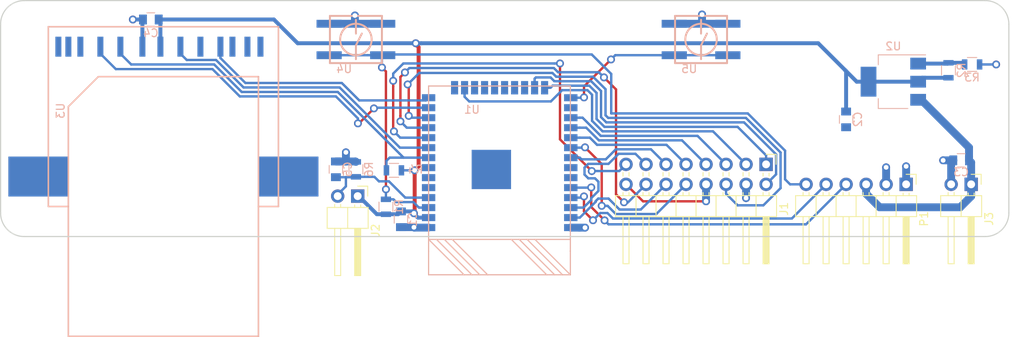
<source format=kicad_pcb>
(kicad_pcb (version 20171130) (host pcbnew 5.0-dev-unknown-bc6763e~61~ubuntu16.04.1)

  (general
    (thickness 1.6)
    (drawings 8)
    (tracks 354)
    (zones 0)
    (modules 19)
    (nets 41)
  )

  (page A4)
  (layers
    (0 F.Cu signal)
    (31 B.Cu signal)
    (32 B.Adhes user)
    (33 F.Adhes user)
    (34 B.Paste user)
    (35 F.Paste user)
    (36 B.SilkS user)
    (37 F.SilkS user)
    (38 B.Mask user)
    (39 F.Mask user)
    (40 Dwgs.User user)
    (41 Cmts.User user)
    (42 Eco1.User user)
    (43 Eco2.User user)
    (44 Edge.Cuts user)
    (45 Margin user)
    (46 B.CrtYd user)
    (47 F.CrtYd user)
    (48 B.Fab user hide)
    (49 F.Fab user hide)
  )

  (setup
    (last_trace_width 0.3)
    (user_trace_width 0.5)
    (user_trace_width 1)
    (user_trace_width 1.5)
    (trace_clearance 0.27)
    (zone_clearance 0.5)
    (zone_45_only no)
    (trace_min 0.3)
    (segment_width 0.2)
    (edge_width 0.15)
    (via_size 1)
    (via_drill 0.6)
    (via_min_size 0.8)
    (via_min_drill 0.6)
    (uvia_size 0.3)
    (uvia_drill 0.1)
    (uvias_allowed no)
    (uvia_min_size 0.2)
    (uvia_min_drill 0.1)
    (pcb_text_width 0.3)
    (pcb_text_size 1.5 1.5)
    (mod_edge_width 0.15)
    (mod_text_size 1 1)
    (mod_text_width 0.15)
    (pad_size 3.2 3.2)
    (pad_drill 3.2)
    (pad_to_mask_clearance 0.2)
    (aux_axis_origin 0 0)
    (visible_elements 7FFFFFFF)
    (pcbplotparams
      (layerselection 0x00030_ffffffff)
      (usegerberextensions false)
      (usegerberattributes true)
      (usegerberadvancedattributes true)
      (creategerberjobfile true)
      (excludeedgelayer true)
      (linewidth 2.000000)
      (plotframeref false)
      (viasonmask false)
      (mode 1)
      (useauxorigin false)
      (hpglpennumber 1)
      (hpglpenspeed 20)
      (hpglpendiameter 15)
      (psnegative false)
      (psa4output false)
      (plotreference true)
      (plotvalue true)
      (plotinvisibletext false)
      (padsonsilk false)
      (subtractmaskfromsilk false)
      (outputformat 1)
      (mirror false)
      (drillshape 1)
      (scaleselection 1)
      (outputdirectory ""))
  )

  (net 0 "")
  (net 1 /rstBtn)
  (net 2 +5V)
  (net 3 /progFlag)
  (net 4 GND)
  (net 5 +3V3)
  (net 6 "Net-(U1-Pad5)")
  (net 7 /OE)
  (net 8 /STB)
  (net 9 /G1)
  (net 10 "Net-(U1-Pad17)")
  (net 11 "Net-(U1-Pad18)")
  (net 12 "Net-(U1-Pad19)")
  (net 13 "Net-(U1-Pad20)")
  (net 14 "Net-(U1-Pad21)")
  (net 15 "Net-(U1-Pad22)")
  (net 16 /G0)
  (net 17 /R0)
  (net 18 /B0)
  (net 19 /R1)
  (net 20 /B1)
  (net 21 /A)
  (net 22 /B)
  (net 23 /C)
  (net 24 "Net-(U1-Pad32)")
  (net 25 /D)
  (net 26 /CLK)
  (net 27 "Net-(R2-Pad2)")
  (net 28 "Net-(U3-Pad3)")
  (net 29 /SD_CS)
  (net 30 /SD_MOSI)
  (net 31 /SD_CLK)
  (net 32 /SD_MISO)
  (net 33 "Net-(U3-Pad11)")
  (net 34 "Net-(C5-Pad1)")
  (net 35 "Net-(U1-Pad6)")
  (net 36 "Net-(U1-Pad7)")
  (net 37 "Net-(U1-Pad26)")
  (net 38 "Net-(U1-Pad33)")
  (net 39 "Net-(P1-Pad4)")
  (net 40 "Net-(P1-Pad5)")

  (net_class Default "This is the default net class."
    (clearance 0.27)
    (trace_width 0.3)
    (via_dia 1)
    (via_drill 0.6)
    (uvia_dia 0.3)
    (uvia_drill 0.1)
    (diff_pair_gap 0.3)
    (diff_pair_width 0.3)
    (add_net +3V3)
    (add_net +5V)
    (add_net /A)
    (add_net /B)
    (add_net /B0)
    (add_net /B1)
    (add_net /C)
    (add_net /CLK)
    (add_net /D)
    (add_net /G0)
    (add_net /G1)
    (add_net /OE)
    (add_net /R0)
    (add_net /R1)
    (add_net /SD_CLK)
    (add_net /SD_CS)
    (add_net /SD_MISO)
    (add_net /SD_MOSI)
    (add_net /STB)
    (add_net /progFlag)
    (add_net /rstBtn)
    (add_net GND)
    (add_net "Net-(C5-Pad1)")
    (add_net "Net-(P1-Pad4)")
    (add_net "Net-(P1-Pad5)")
    (add_net "Net-(R2-Pad2)")
    (add_net "Net-(U1-Pad17)")
    (add_net "Net-(U1-Pad18)")
    (add_net "Net-(U1-Pad19)")
    (add_net "Net-(U1-Pad20)")
    (add_net "Net-(U1-Pad21)")
    (add_net "Net-(U1-Pad22)")
    (add_net "Net-(U1-Pad26)")
    (add_net "Net-(U1-Pad32)")
    (add_net "Net-(U1-Pad33)")
    (add_net "Net-(U1-Pad5)")
    (add_net "Net-(U1-Pad6)")
    (add_net "Net-(U1-Pad7)")
    (add_net "Net-(U3-Pad11)")
    (add_net "Net-(U3-Pad3)")
  )

  (module Capacitors_SMD:C_0805 (layer B.Cu) (tedit 58AA8463) (tstamp 5A92B76F)
    (at 110.49 67.945 90)
    (descr "Capacitor SMD 0805, reflow soldering, AVX (see smccp.pdf)")
    (tags "capacitor 0805")
    (path /5A1F09A5)
    (attr smd)
    (fp_text reference C1 (at 0 1.5 90) (layer B.SilkS)
      (effects (font (size 1 1) (thickness 0.15)) (justify mirror))
    )
    (fp_text value 470n (at 0 -1.75 90) (layer B.Fab)
      (effects (font (size 1 1) (thickness 0.15)) (justify mirror))
    )
    (fp_line (start 1.75 -0.87) (end -1.75 -0.87) (layer B.CrtYd) (width 0.05))
    (fp_line (start 1.75 -0.87) (end 1.75 0.88) (layer B.CrtYd) (width 0.05))
    (fp_line (start -1.75 0.88) (end -1.75 -0.87) (layer B.CrtYd) (width 0.05))
    (fp_line (start -1.75 0.88) (end 1.75 0.88) (layer B.CrtYd) (width 0.05))
    (fp_line (start -0.5 -0.85) (end 0.5 -0.85) (layer B.SilkS) (width 0.12))
    (fp_line (start 0.5 0.85) (end -0.5 0.85) (layer B.SilkS) (width 0.12))
    (fp_line (start -1 0.62) (end 1 0.62) (layer B.Fab) (width 0.1))
    (fp_line (start 1 0.62) (end 1 -0.62) (layer B.Fab) (width 0.1))
    (fp_line (start 1 -0.62) (end -1 -0.62) (layer B.Fab) (width 0.1))
    (fp_line (start -1 -0.62) (end -1 0.62) (layer B.Fab) (width 0.1))
    (fp_text user %R (at 0 1.5 90) (layer B.Fab)
      (effects (font (size 1 1) (thickness 0.15)) (justify mirror))
    )
    (pad 2 smd rect (at 1 0 90) (size 1 1.25) (layers B.Cu B.Paste B.Mask)
      (net 5 +3V3))
    (pad 1 smd rect (at -1 0 90) (size 1 1.25) (layers B.Cu B.Paste B.Mask)
      (net 4 GND))
    (model Capacitors_SMD.3dshapes/C_0805.wrl
      (at (xyz 0 0 0))
      (scale (xyz 1 1 1))
      (rotate (xyz 0 0 0))
    )
  )

  (module Pin_Headers:Pin_Header_Angled_2x08_Pitch2.54mm (layer F.Cu) (tedit 59650532) (tstamp 5A92B3F5)
    (at 156.845 60.96 270)
    (descr "Through hole angled pin header, 2x08, 2.54mm pitch, 6mm pin length, double rows")
    (tags "Through hole angled pin header THT 2x08 2.54mm double row")
    (path /5A1F6343)
    (fp_text reference J1 (at 5.655 -2.27 270) (layer F.SilkS)
      (effects (font (size 1 1) (thickness 0.15)))
    )
    (fp_text value Conn_02x08_Odd_Even (at 5.655 20.05 270) (layer F.Fab)
      (effects (font (size 1 1) (thickness 0.15)))
    )
    (fp_line (start 4.675 -1.27) (end 6.58 -1.27) (layer F.Fab) (width 0.1))
    (fp_line (start 6.58 -1.27) (end 6.58 19.05) (layer F.Fab) (width 0.1))
    (fp_line (start 6.58 19.05) (end 4.04 19.05) (layer F.Fab) (width 0.1))
    (fp_line (start 4.04 19.05) (end 4.04 -0.635) (layer F.Fab) (width 0.1))
    (fp_line (start 4.04 -0.635) (end 4.675 -1.27) (layer F.Fab) (width 0.1))
    (fp_line (start -0.32 -0.32) (end 4.04 -0.32) (layer F.Fab) (width 0.1))
    (fp_line (start -0.32 -0.32) (end -0.32 0.32) (layer F.Fab) (width 0.1))
    (fp_line (start -0.32 0.32) (end 4.04 0.32) (layer F.Fab) (width 0.1))
    (fp_line (start 6.58 -0.32) (end 12.58 -0.32) (layer F.Fab) (width 0.1))
    (fp_line (start 12.58 -0.32) (end 12.58 0.32) (layer F.Fab) (width 0.1))
    (fp_line (start 6.58 0.32) (end 12.58 0.32) (layer F.Fab) (width 0.1))
    (fp_line (start -0.32 2.22) (end 4.04 2.22) (layer F.Fab) (width 0.1))
    (fp_line (start -0.32 2.22) (end -0.32 2.86) (layer F.Fab) (width 0.1))
    (fp_line (start -0.32 2.86) (end 4.04 2.86) (layer F.Fab) (width 0.1))
    (fp_line (start 6.58 2.22) (end 12.58 2.22) (layer F.Fab) (width 0.1))
    (fp_line (start 12.58 2.22) (end 12.58 2.86) (layer F.Fab) (width 0.1))
    (fp_line (start 6.58 2.86) (end 12.58 2.86) (layer F.Fab) (width 0.1))
    (fp_line (start -0.32 4.76) (end 4.04 4.76) (layer F.Fab) (width 0.1))
    (fp_line (start -0.32 4.76) (end -0.32 5.4) (layer F.Fab) (width 0.1))
    (fp_line (start -0.32 5.4) (end 4.04 5.4) (layer F.Fab) (width 0.1))
    (fp_line (start 6.58 4.76) (end 12.58 4.76) (layer F.Fab) (width 0.1))
    (fp_line (start 12.58 4.76) (end 12.58 5.4) (layer F.Fab) (width 0.1))
    (fp_line (start 6.58 5.4) (end 12.58 5.4) (layer F.Fab) (width 0.1))
    (fp_line (start -0.32 7.3) (end 4.04 7.3) (layer F.Fab) (width 0.1))
    (fp_line (start -0.32 7.3) (end -0.32 7.94) (layer F.Fab) (width 0.1))
    (fp_line (start -0.32 7.94) (end 4.04 7.94) (layer F.Fab) (width 0.1))
    (fp_line (start 6.58 7.3) (end 12.58 7.3) (layer F.Fab) (width 0.1))
    (fp_line (start 12.58 7.3) (end 12.58 7.94) (layer F.Fab) (width 0.1))
    (fp_line (start 6.58 7.94) (end 12.58 7.94) (layer F.Fab) (width 0.1))
    (fp_line (start -0.32 9.84) (end 4.04 9.84) (layer F.Fab) (width 0.1))
    (fp_line (start -0.32 9.84) (end -0.32 10.48) (layer F.Fab) (width 0.1))
    (fp_line (start -0.32 10.48) (end 4.04 10.48) (layer F.Fab) (width 0.1))
    (fp_line (start 6.58 9.84) (end 12.58 9.84) (layer F.Fab) (width 0.1))
    (fp_line (start 12.58 9.84) (end 12.58 10.48) (layer F.Fab) (width 0.1))
    (fp_line (start 6.58 10.48) (end 12.58 10.48) (layer F.Fab) (width 0.1))
    (fp_line (start -0.32 12.38) (end 4.04 12.38) (layer F.Fab) (width 0.1))
    (fp_line (start -0.32 12.38) (end -0.32 13.02) (layer F.Fab) (width 0.1))
    (fp_line (start -0.32 13.02) (end 4.04 13.02) (layer F.Fab) (width 0.1))
    (fp_line (start 6.58 12.38) (end 12.58 12.38) (layer F.Fab) (width 0.1))
    (fp_line (start 12.58 12.38) (end 12.58 13.02) (layer F.Fab) (width 0.1))
    (fp_line (start 6.58 13.02) (end 12.58 13.02) (layer F.Fab) (width 0.1))
    (fp_line (start -0.32 14.92) (end 4.04 14.92) (layer F.Fab) (width 0.1))
    (fp_line (start -0.32 14.92) (end -0.32 15.56) (layer F.Fab) (width 0.1))
    (fp_line (start -0.32 15.56) (end 4.04 15.56) (layer F.Fab) (width 0.1))
    (fp_line (start 6.58 14.92) (end 12.58 14.92) (layer F.Fab) (width 0.1))
    (fp_line (start 12.58 14.92) (end 12.58 15.56) (layer F.Fab) (width 0.1))
    (fp_line (start 6.58 15.56) (end 12.58 15.56) (layer F.Fab) (width 0.1))
    (fp_line (start -0.32 17.46) (end 4.04 17.46) (layer F.Fab) (width 0.1))
    (fp_line (start -0.32 17.46) (end -0.32 18.1) (layer F.Fab) (width 0.1))
    (fp_line (start -0.32 18.1) (end 4.04 18.1) (layer F.Fab) (width 0.1))
    (fp_line (start 6.58 17.46) (end 12.58 17.46) (layer F.Fab) (width 0.1))
    (fp_line (start 12.58 17.46) (end 12.58 18.1) (layer F.Fab) (width 0.1))
    (fp_line (start 6.58 18.1) (end 12.58 18.1) (layer F.Fab) (width 0.1))
    (fp_line (start 3.98 -1.33) (end 3.98 19.11) (layer F.SilkS) (width 0.12))
    (fp_line (start 3.98 19.11) (end 6.64 19.11) (layer F.SilkS) (width 0.12))
    (fp_line (start 6.64 19.11) (end 6.64 -1.33) (layer F.SilkS) (width 0.12))
    (fp_line (start 6.64 -1.33) (end 3.98 -1.33) (layer F.SilkS) (width 0.12))
    (fp_line (start 6.64 -0.38) (end 12.64 -0.38) (layer F.SilkS) (width 0.12))
    (fp_line (start 12.64 -0.38) (end 12.64 0.38) (layer F.SilkS) (width 0.12))
    (fp_line (start 12.64 0.38) (end 6.64 0.38) (layer F.SilkS) (width 0.12))
    (fp_line (start 6.64 -0.32) (end 12.64 -0.32) (layer F.SilkS) (width 0.12))
    (fp_line (start 6.64 -0.2) (end 12.64 -0.2) (layer F.SilkS) (width 0.12))
    (fp_line (start 6.64 -0.08) (end 12.64 -0.08) (layer F.SilkS) (width 0.12))
    (fp_line (start 6.64 0.04) (end 12.64 0.04) (layer F.SilkS) (width 0.12))
    (fp_line (start 6.64 0.16) (end 12.64 0.16) (layer F.SilkS) (width 0.12))
    (fp_line (start 6.64 0.28) (end 12.64 0.28) (layer F.SilkS) (width 0.12))
    (fp_line (start 3.582929 -0.38) (end 3.98 -0.38) (layer F.SilkS) (width 0.12))
    (fp_line (start 3.582929 0.38) (end 3.98 0.38) (layer F.SilkS) (width 0.12))
    (fp_line (start 1.11 -0.38) (end 1.497071 -0.38) (layer F.SilkS) (width 0.12))
    (fp_line (start 1.11 0.38) (end 1.497071 0.38) (layer F.SilkS) (width 0.12))
    (fp_line (start 3.98 1.27) (end 6.64 1.27) (layer F.SilkS) (width 0.12))
    (fp_line (start 6.64 2.16) (end 12.64 2.16) (layer F.SilkS) (width 0.12))
    (fp_line (start 12.64 2.16) (end 12.64 2.92) (layer F.SilkS) (width 0.12))
    (fp_line (start 12.64 2.92) (end 6.64 2.92) (layer F.SilkS) (width 0.12))
    (fp_line (start 3.582929 2.16) (end 3.98 2.16) (layer F.SilkS) (width 0.12))
    (fp_line (start 3.582929 2.92) (end 3.98 2.92) (layer F.SilkS) (width 0.12))
    (fp_line (start 1.042929 2.16) (end 1.497071 2.16) (layer F.SilkS) (width 0.12))
    (fp_line (start 1.042929 2.92) (end 1.497071 2.92) (layer F.SilkS) (width 0.12))
    (fp_line (start 3.98 3.81) (end 6.64 3.81) (layer F.SilkS) (width 0.12))
    (fp_line (start 6.64 4.7) (end 12.64 4.7) (layer F.SilkS) (width 0.12))
    (fp_line (start 12.64 4.7) (end 12.64 5.46) (layer F.SilkS) (width 0.12))
    (fp_line (start 12.64 5.46) (end 6.64 5.46) (layer F.SilkS) (width 0.12))
    (fp_line (start 3.582929 4.7) (end 3.98 4.7) (layer F.SilkS) (width 0.12))
    (fp_line (start 3.582929 5.46) (end 3.98 5.46) (layer F.SilkS) (width 0.12))
    (fp_line (start 1.042929 4.7) (end 1.497071 4.7) (layer F.SilkS) (width 0.12))
    (fp_line (start 1.042929 5.46) (end 1.497071 5.46) (layer F.SilkS) (width 0.12))
    (fp_line (start 3.98 6.35) (end 6.64 6.35) (layer F.SilkS) (width 0.12))
    (fp_line (start 6.64 7.24) (end 12.64 7.24) (layer F.SilkS) (width 0.12))
    (fp_line (start 12.64 7.24) (end 12.64 8) (layer F.SilkS) (width 0.12))
    (fp_line (start 12.64 8) (end 6.64 8) (layer F.SilkS) (width 0.12))
    (fp_line (start 3.582929 7.24) (end 3.98 7.24) (layer F.SilkS) (width 0.12))
    (fp_line (start 3.582929 8) (end 3.98 8) (layer F.SilkS) (width 0.12))
    (fp_line (start 1.042929 7.24) (end 1.497071 7.24) (layer F.SilkS) (width 0.12))
    (fp_line (start 1.042929 8) (end 1.497071 8) (layer F.SilkS) (width 0.12))
    (fp_line (start 3.98 8.89) (end 6.64 8.89) (layer F.SilkS) (width 0.12))
    (fp_line (start 6.64 9.78) (end 12.64 9.78) (layer F.SilkS) (width 0.12))
    (fp_line (start 12.64 9.78) (end 12.64 10.54) (layer F.SilkS) (width 0.12))
    (fp_line (start 12.64 10.54) (end 6.64 10.54) (layer F.SilkS) (width 0.12))
    (fp_line (start 3.582929 9.78) (end 3.98 9.78) (layer F.SilkS) (width 0.12))
    (fp_line (start 3.582929 10.54) (end 3.98 10.54) (layer F.SilkS) (width 0.12))
    (fp_line (start 1.042929 9.78) (end 1.497071 9.78) (layer F.SilkS) (width 0.12))
    (fp_line (start 1.042929 10.54) (end 1.497071 10.54) (layer F.SilkS) (width 0.12))
    (fp_line (start 3.98 11.43) (end 6.64 11.43) (layer F.SilkS) (width 0.12))
    (fp_line (start 6.64 12.32) (end 12.64 12.32) (layer F.SilkS) (width 0.12))
    (fp_line (start 12.64 12.32) (end 12.64 13.08) (layer F.SilkS) (width 0.12))
    (fp_line (start 12.64 13.08) (end 6.64 13.08) (layer F.SilkS) (width 0.12))
    (fp_line (start 3.582929 12.32) (end 3.98 12.32) (layer F.SilkS) (width 0.12))
    (fp_line (start 3.582929 13.08) (end 3.98 13.08) (layer F.SilkS) (width 0.12))
    (fp_line (start 1.042929 12.32) (end 1.497071 12.32) (layer F.SilkS) (width 0.12))
    (fp_line (start 1.042929 13.08) (end 1.497071 13.08) (layer F.SilkS) (width 0.12))
    (fp_line (start 3.98 13.97) (end 6.64 13.97) (layer F.SilkS) (width 0.12))
    (fp_line (start 6.64 14.86) (end 12.64 14.86) (layer F.SilkS) (width 0.12))
    (fp_line (start 12.64 14.86) (end 12.64 15.62) (layer F.SilkS) (width 0.12))
    (fp_line (start 12.64 15.62) (end 6.64 15.62) (layer F.SilkS) (width 0.12))
    (fp_line (start 3.582929 14.86) (end 3.98 14.86) (layer F.SilkS) (width 0.12))
    (fp_line (start 3.582929 15.62) (end 3.98 15.62) (layer F.SilkS) (width 0.12))
    (fp_line (start 1.042929 14.86) (end 1.497071 14.86) (layer F.SilkS) (width 0.12))
    (fp_line (start 1.042929 15.62) (end 1.497071 15.62) (layer F.SilkS) (width 0.12))
    (fp_line (start 3.98 16.51) (end 6.64 16.51) (layer F.SilkS) (width 0.12))
    (fp_line (start 6.64 17.4) (end 12.64 17.4) (layer F.SilkS) (width 0.12))
    (fp_line (start 12.64 17.4) (end 12.64 18.16) (layer F.SilkS) (width 0.12))
    (fp_line (start 12.64 18.16) (end 6.64 18.16) (layer F.SilkS) (width 0.12))
    (fp_line (start 3.582929 17.4) (end 3.98 17.4) (layer F.SilkS) (width 0.12))
    (fp_line (start 3.582929 18.16) (end 3.98 18.16) (layer F.SilkS) (width 0.12))
    (fp_line (start 1.042929 17.4) (end 1.497071 17.4) (layer F.SilkS) (width 0.12))
    (fp_line (start 1.042929 18.16) (end 1.497071 18.16) (layer F.SilkS) (width 0.12))
    (fp_line (start -1.27 0) (end -1.27 -1.27) (layer F.SilkS) (width 0.12))
    (fp_line (start -1.27 -1.27) (end 0 -1.27) (layer F.SilkS) (width 0.12))
    (fp_line (start -1.8 -1.8) (end -1.8 19.55) (layer F.CrtYd) (width 0.05))
    (fp_line (start -1.8 19.55) (end 13.1 19.55) (layer F.CrtYd) (width 0.05))
    (fp_line (start 13.1 19.55) (end 13.1 -1.8) (layer F.CrtYd) (width 0.05))
    (fp_line (start 13.1 -1.8) (end -1.8 -1.8) (layer F.CrtYd) (width 0.05))
    (fp_text user %R (at 5.31 8.89) (layer F.Fab)
      (effects (font (size 1 1) (thickness 0.15)))
    )
    (pad 1 thru_hole rect (at 0 0 270) (size 1.7 1.7) (drill 1) (layers *.Cu *.Mask)
      (net 17 /R0))
    (pad 2 thru_hole oval (at 2.54 0 270) (size 1.7 1.7) (drill 1) (layers *.Cu *.Mask)
      (net 16 /G0))
    (pad 3 thru_hole oval (at 0 2.54 270) (size 1.7 1.7) (drill 1) (layers *.Cu *.Mask)
      (net 18 /B0))
    (pad 4 thru_hole oval (at 2.54 2.54 270) (size 1.7 1.7) (drill 1) (layers *.Cu *.Mask)
      (net 4 GND))
    (pad 5 thru_hole oval (at 0 5.08 270) (size 1.7 1.7) (drill 1) (layers *.Cu *.Mask)
      (net 19 /R1))
    (pad 6 thru_hole oval (at 2.54 5.08 270) (size 1.7 1.7) (drill 1) (layers *.Cu *.Mask)
      (net 9 /G1))
    (pad 7 thru_hole oval (at 0 7.62 270) (size 1.7 1.7) (drill 1) (layers *.Cu *.Mask)
      (net 20 /B1))
    (pad 8 thru_hole oval (at 2.54 7.62 270) (size 1.7 1.7) (drill 1) (layers *.Cu *.Mask)
      (net 4 GND))
    (pad 9 thru_hole oval (at 0 10.16 270) (size 1.7 1.7) (drill 1) (layers *.Cu *.Mask)
      (net 21 /A))
    (pad 10 thru_hole oval (at 2.54 10.16 270) (size 1.7 1.7) (drill 1) (layers *.Cu *.Mask)
      (net 22 /B))
    (pad 11 thru_hole oval (at 0 12.7 270) (size 1.7 1.7) (drill 1) (layers *.Cu *.Mask)
      (net 23 /C))
    (pad 12 thru_hole oval (at 2.54 12.7 270) (size 1.7 1.7) (drill 1) (layers *.Cu *.Mask)
      (net 25 /D))
    (pad 13 thru_hole oval (at 0 15.24 270) (size 1.7 1.7) (drill 1) (layers *.Cu *.Mask)
      (net 26 /CLK))
    (pad 14 thru_hole oval (at 2.54 15.24 270) (size 1.7 1.7) (drill 1) (layers *.Cu *.Mask)
      (net 8 /STB))
    (pad 15 thru_hole oval (at 0 17.78 270) (size 1.7 1.7) (drill 1) (layers *.Cu *.Mask)
      (net 7 /OE))
    (pad 16 thru_hole oval (at 2.54 17.78 270) (size 1.7 1.7) (drill 1) (layers *.Cu *.Mask)
      (net 4 GND))
    (model ${KISYS3DMOD}/Pin_Headers.3dshapes/Pin_Header_Angled_2x08_Pitch2.54mm.wrl
      (offset (xyz 1.3 -9 0))
      (scale (xyz 1 1 1))
      (rotate (xyz 0 0 90))
    )
  )

  (module Pin_Headers:Pin_Header_Angled_1x06_Pitch2.54mm (layer F.Cu) (tedit 59650532) (tstamp 5A92B8DC)
    (at 174.625 63.5 270)
    (descr "Through hole angled pin header, 1x06, 2.54mm pitch, 6mm pin length, single row")
    (tags "Through hole angled pin header THT 1x06 2.54mm single row")
    (path /5A926750)
    (fp_text reference P1 (at 4.385 -2.27 270) (layer F.SilkS)
      (effects (font (size 1 1) (thickness 0.15)))
    )
    (fp_text value TTL_232R_3V3 (at 4.385 14.97 270) (layer F.Fab)
      (effects (font (size 1 1) (thickness 0.15)))
    )
    (fp_text user %R (at 2.77 6.35) (layer F.Fab)
      (effects (font (size 1 1) (thickness 0.15)))
    )
    (fp_line (start 10.55 -1.8) (end -1.8 -1.8) (layer F.CrtYd) (width 0.05))
    (fp_line (start 10.55 14.5) (end 10.55 -1.8) (layer F.CrtYd) (width 0.05))
    (fp_line (start -1.8 14.5) (end 10.55 14.5) (layer F.CrtYd) (width 0.05))
    (fp_line (start -1.8 -1.8) (end -1.8 14.5) (layer F.CrtYd) (width 0.05))
    (fp_line (start -1.27 -1.27) (end 0 -1.27) (layer F.SilkS) (width 0.12))
    (fp_line (start -1.27 0) (end -1.27 -1.27) (layer F.SilkS) (width 0.12))
    (fp_line (start 1.042929 13.08) (end 1.44 13.08) (layer F.SilkS) (width 0.12))
    (fp_line (start 1.042929 12.32) (end 1.44 12.32) (layer F.SilkS) (width 0.12))
    (fp_line (start 10.1 13.08) (end 4.1 13.08) (layer F.SilkS) (width 0.12))
    (fp_line (start 10.1 12.32) (end 10.1 13.08) (layer F.SilkS) (width 0.12))
    (fp_line (start 4.1 12.32) (end 10.1 12.32) (layer F.SilkS) (width 0.12))
    (fp_line (start 1.44 11.43) (end 4.1 11.43) (layer F.SilkS) (width 0.12))
    (fp_line (start 1.042929 10.54) (end 1.44 10.54) (layer F.SilkS) (width 0.12))
    (fp_line (start 1.042929 9.78) (end 1.44 9.78) (layer F.SilkS) (width 0.12))
    (fp_line (start 10.1 10.54) (end 4.1 10.54) (layer F.SilkS) (width 0.12))
    (fp_line (start 10.1 9.78) (end 10.1 10.54) (layer F.SilkS) (width 0.12))
    (fp_line (start 4.1 9.78) (end 10.1 9.78) (layer F.SilkS) (width 0.12))
    (fp_line (start 1.44 8.89) (end 4.1 8.89) (layer F.SilkS) (width 0.12))
    (fp_line (start 1.042929 8) (end 1.44 8) (layer F.SilkS) (width 0.12))
    (fp_line (start 1.042929 7.24) (end 1.44 7.24) (layer F.SilkS) (width 0.12))
    (fp_line (start 10.1 8) (end 4.1 8) (layer F.SilkS) (width 0.12))
    (fp_line (start 10.1 7.24) (end 10.1 8) (layer F.SilkS) (width 0.12))
    (fp_line (start 4.1 7.24) (end 10.1 7.24) (layer F.SilkS) (width 0.12))
    (fp_line (start 1.44 6.35) (end 4.1 6.35) (layer F.SilkS) (width 0.12))
    (fp_line (start 1.042929 5.46) (end 1.44 5.46) (layer F.SilkS) (width 0.12))
    (fp_line (start 1.042929 4.7) (end 1.44 4.7) (layer F.SilkS) (width 0.12))
    (fp_line (start 10.1 5.46) (end 4.1 5.46) (layer F.SilkS) (width 0.12))
    (fp_line (start 10.1 4.7) (end 10.1 5.46) (layer F.SilkS) (width 0.12))
    (fp_line (start 4.1 4.7) (end 10.1 4.7) (layer F.SilkS) (width 0.12))
    (fp_line (start 1.44 3.81) (end 4.1 3.81) (layer F.SilkS) (width 0.12))
    (fp_line (start 1.042929 2.92) (end 1.44 2.92) (layer F.SilkS) (width 0.12))
    (fp_line (start 1.042929 2.16) (end 1.44 2.16) (layer F.SilkS) (width 0.12))
    (fp_line (start 10.1 2.92) (end 4.1 2.92) (layer F.SilkS) (width 0.12))
    (fp_line (start 10.1 2.16) (end 10.1 2.92) (layer F.SilkS) (width 0.12))
    (fp_line (start 4.1 2.16) (end 10.1 2.16) (layer F.SilkS) (width 0.12))
    (fp_line (start 1.44 1.27) (end 4.1 1.27) (layer F.SilkS) (width 0.12))
    (fp_line (start 1.11 0.38) (end 1.44 0.38) (layer F.SilkS) (width 0.12))
    (fp_line (start 1.11 -0.38) (end 1.44 -0.38) (layer F.SilkS) (width 0.12))
    (fp_line (start 4.1 0.28) (end 10.1 0.28) (layer F.SilkS) (width 0.12))
    (fp_line (start 4.1 0.16) (end 10.1 0.16) (layer F.SilkS) (width 0.12))
    (fp_line (start 4.1 0.04) (end 10.1 0.04) (layer F.SilkS) (width 0.12))
    (fp_line (start 4.1 -0.08) (end 10.1 -0.08) (layer F.SilkS) (width 0.12))
    (fp_line (start 4.1 -0.2) (end 10.1 -0.2) (layer F.SilkS) (width 0.12))
    (fp_line (start 4.1 -0.32) (end 10.1 -0.32) (layer F.SilkS) (width 0.12))
    (fp_line (start 10.1 0.38) (end 4.1 0.38) (layer F.SilkS) (width 0.12))
    (fp_line (start 10.1 -0.38) (end 10.1 0.38) (layer F.SilkS) (width 0.12))
    (fp_line (start 4.1 -0.38) (end 10.1 -0.38) (layer F.SilkS) (width 0.12))
    (fp_line (start 4.1 -1.33) (end 1.44 -1.33) (layer F.SilkS) (width 0.12))
    (fp_line (start 4.1 14.03) (end 4.1 -1.33) (layer F.SilkS) (width 0.12))
    (fp_line (start 1.44 14.03) (end 4.1 14.03) (layer F.SilkS) (width 0.12))
    (fp_line (start 1.44 -1.33) (end 1.44 14.03) (layer F.SilkS) (width 0.12))
    (fp_line (start 4.04 13.02) (end 10.04 13.02) (layer F.Fab) (width 0.1))
    (fp_line (start 10.04 12.38) (end 10.04 13.02) (layer F.Fab) (width 0.1))
    (fp_line (start 4.04 12.38) (end 10.04 12.38) (layer F.Fab) (width 0.1))
    (fp_line (start -0.32 13.02) (end 1.5 13.02) (layer F.Fab) (width 0.1))
    (fp_line (start -0.32 12.38) (end -0.32 13.02) (layer F.Fab) (width 0.1))
    (fp_line (start -0.32 12.38) (end 1.5 12.38) (layer F.Fab) (width 0.1))
    (fp_line (start 4.04 10.48) (end 10.04 10.48) (layer F.Fab) (width 0.1))
    (fp_line (start 10.04 9.84) (end 10.04 10.48) (layer F.Fab) (width 0.1))
    (fp_line (start 4.04 9.84) (end 10.04 9.84) (layer F.Fab) (width 0.1))
    (fp_line (start -0.32 10.48) (end 1.5 10.48) (layer F.Fab) (width 0.1))
    (fp_line (start -0.32 9.84) (end -0.32 10.48) (layer F.Fab) (width 0.1))
    (fp_line (start -0.32 9.84) (end 1.5 9.84) (layer F.Fab) (width 0.1))
    (fp_line (start 4.04 7.94) (end 10.04 7.94) (layer F.Fab) (width 0.1))
    (fp_line (start 10.04 7.3) (end 10.04 7.94) (layer F.Fab) (width 0.1))
    (fp_line (start 4.04 7.3) (end 10.04 7.3) (layer F.Fab) (width 0.1))
    (fp_line (start -0.32 7.94) (end 1.5 7.94) (layer F.Fab) (width 0.1))
    (fp_line (start -0.32 7.3) (end -0.32 7.94) (layer F.Fab) (width 0.1))
    (fp_line (start -0.32 7.3) (end 1.5 7.3) (layer F.Fab) (width 0.1))
    (fp_line (start 4.04 5.4) (end 10.04 5.4) (layer F.Fab) (width 0.1))
    (fp_line (start 10.04 4.76) (end 10.04 5.4) (layer F.Fab) (width 0.1))
    (fp_line (start 4.04 4.76) (end 10.04 4.76) (layer F.Fab) (width 0.1))
    (fp_line (start -0.32 5.4) (end 1.5 5.4) (layer F.Fab) (width 0.1))
    (fp_line (start -0.32 4.76) (end -0.32 5.4) (layer F.Fab) (width 0.1))
    (fp_line (start -0.32 4.76) (end 1.5 4.76) (layer F.Fab) (width 0.1))
    (fp_line (start 4.04 2.86) (end 10.04 2.86) (layer F.Fab) (width 0.1))
    (fp_line (start 10.04 2.22) (end 10.04 2.86) (layer F.Fab) (width 0.1))
    (fp_line (start 4.04 2.22) (end 10.04 2.22) (layer F.Fab) (width 0.1))
    (fp_line (start -0.32 2.86) (end 1.5 2.86) (layer F.Fab) (width 0.1))
    (fp_line (start -0.32 2.22) (end -0.32 2.86) (layer F.Fab) (width 0.1))
    (fp_line (start -0.32 2.22) (end 1.5 2.22) (layer F.Fab) (width 0.1))
    (fp_line (start 4.04 0.32) (end 10.04 0.32) (layer F.Fab) (width 0.1))
    (fp_line (start 10.04 -0.32) (end 10.04 0.32) (layer F.Fab) (width 0.1))
    (fp_line (start 4.04 -0.32) (end 10.04 -0.32) (layer F.Fab) (width 0.1))
    (fp_line (start -0.32 0.32) (end 1.5 0.32) (layer F.Fab) (width 0.1))
    (fp_line (start -0.32 -0.32) (end -0.32 0.32) (layer F.Fab) (width 0.1))
    (fp_line (start -0.32 -0.32) (end 1.5 -0.32) (layer F.Fab) (width 0.1))
    (fp_line (start 1.5 -0.635) (end 2.135 -1.27) (layer F.Fab) (width 0.1))
    (fp_line (start 1.5 13.97) (end 1.5 -0.635) (layer F.Fab) (width 0.1))
    (fp_line (start 4.04 13.97) (end 1.5 13.97) (layer F.Fab) (width 0.1))
    (fp_line (start 4.04 -1.27) (end 4.04 13.97) (layer F.Fab) (width 0.1))
    (fp_line (start 2.135 -1.27) (end 4.04 -1.27) (layer F.Fab) (width 0.1))
    (pad 6 thru_hole oval (at 0 12.7 270) (size 1.7 1.7) (drill 1) (layers *.Cu *.Mask)
      (net 1 /rstBtn))
    (pad 5 thru_hole oval (at 0 10.16 270) (size 1.7 1.7) (drill 1) (layers *.Cu *.Mask)
      (net 40 "Net-(P1-Pad5)"))
    (pad 4 thru_hole oval (at 0 7.62 270) (size 1.7 1.7) (drill 1) (layers *.Cu *.Mask)
      (net 39 "Net-(P1-Pad4)"))
    (pad 3 thru_hole oval (at 0 5.08 270) (size 1.7 1.7) (drill 1) (layers *.Cu *.Mask)
      (net 2 +5V))
    (pad 2 thru_hole oval (at 0 2.54 270) (size 1.7 1.7) (drill 1) (layers *.Cu *.Mask)
      (net 4 GND))
    (pad 1 thru_hole rect (at 0 0 270) (size 1.7 1.7) (drill 1) (layers *.Cu *.Mask)
      (net 4 GND))
    (model ${KISYS3DMOD}/Pin_Headers.3dshapes/Pin_Header_Angled_1x06_Pitch2.54mm.wrl
      (offset (xyz -0 -6.3 0))
      (scale (xyz 1 1 1))
      (rotate (xyz 0 0 90))
    )
  )

  (module Capacitors_SMD:C_0805 (layer B.Cu) (tedit 58AA8463) (tstamp 5A92B9E5)
    (at 102.235 61.595 90)
    (descr "Capacitor SMD 0805, reflow soldering, AVX (see smccp.pdf)")
    (tags "capacitor 0805")
    (path /5AA083FD)
    (attr smd)
    (fp_text reference C5 (at 0 1.5 90) (layer B.SilkS)
      (effects (font (size 1 1) (thickness 0.15)) (justify mirror))
    )
    (fp_text value 1u (at 0 -1.75 90) (layer B.Fab)
      (effects (font (size 1 1) (thickness 0.15)) (justify mirror))
    )
    (fp_line (start 1.75 -0.87) (end -1.75 -0.87) (layer B.CrtYd) (width 0.05))
    (fp_line (start 1.75 -0.87) (end 1.75 0.88) (layer B.CrtYd) (width 0.05))
    (fp_line (start -1.75 0.88) (end -1.75 -0.87) (layer B.CrtYd) (width 0.05))
    (fp_line (start -1.75 0.88) (end 1.75 0.88) (layer B.CrtYd) (width 0.05))
    (fp_line (start -0.5 -0.85) (end 0.5 -0.85) (layer B.SilkS) (width 0.12))
    (fp_line (start 0.5 0.85) (end -0.5 0.85) (layer B.SilkS) (width 0.12))
    (fp_line (start -1 0.62) (end 1 0.62) (layer B.Fab) (width 0.1))
    (fp_line (start 1 0.62) (end 1 -0.62) (layer B.Fab) (width 0.1))
    (fp_line (start 1 -0.62) (end -1 -0.62) (layer B.Fab) (width 0.1))
    (fp_line (start -1 -0.62) (end -1 0.62) (layer B.Fab) (width 0.1))
    (fp_text user %R (at 0 1.5 90) (layer B.Fab)
      (effects (font (size 1 1) (thickness 0.15)) (justify mirror))
    )
    (pad 2 smd rect (at 1 0 90) (size 1 1.25) (layers B.Cu B.Paste B.Mask)
      (net 4 GND))
    (pad 1 smd rect (at -1 0 90) (size 1 1.25) (layers B.Cu B.Paste B.Mask)
      (net 34 "Net-(C5-Pad1)"))
    (model Capacitors_SMD.3dshapes/C_0805.wrl
      (at (xyz 0 0 0))
      (scale (xyz 1 1 1))
      (rotate (xyz 0 0 0))
    )
  )

  (module Pin_Headers:Pin_Header_Angled_1x02_Pitch2.54mm (layer F.Cu) (tedit 59650532) (tstamp 5A92BA37)
    (at 105 65 270)
    (descr "Through hole angled pin header, 1x02, 2.54mm pitch, 6mm pin length, single row")
    (tags "Through hole angled pin header THT 1x02 2.54mm single row")
    (path /5AA1C52F)
    (fp_text reference J2 (at 4.385 -2.27 270) (layer F.SilkS)
      (effects (font (size 1 1) (thickness 0.15)))
    )
    (fp_text value Conn_01x02 (at 4.385 4.81 270) (layer F.Fab)
      (effects (font (size 1 1) (thickness 0.15)))
    )
    (fp_text user %R (at 2.77 1.27) (layer F.Fab)
      (effects (font (size 1 1) (thickness 0.15)))
    )
    (fp_line (start 10.55 -1.8) (end -1.8 -1.8) (layer F.CrtYd) (width 0.05))
    (fp_line (start 10.55 4.35) (end 10.55 -1.8) (layer F.CrtYd) (width 0.05))
    (fp_line (start -1.8 4.35) (end 10.55 4.35) (layer F.CrtYd) (width 0.05))
    (fp_line (start -1.8 -1.8) (end -1.8 4.35) (layer F.CrtYd) (width 0.05))
    (fp_line (start -1.27 -1.27) (end 0 -1.27) (layer F.SilkS) (width 0.12))
    (fp_line (start -1.27 0) (end -1.27 -1.27) (layer F.SilkS) (width 0.12))
    (fp_line (start 1.042929 2.92) (end 1.44 2.92) (layer F.SilkS) (width 0.12))
    (fp_line (start 1.042929 2.16) (end 1.44 2.16) (layer F.SilkS) (width 0.12))
    (fp_line (start 10.1 2.92) (end 4.1 2.92) (layer F.SilkS) (width 0.12))
    (fp_line (start 10.1 2.16) (end 10.1 2.92) (layer F.SilkS) (width 0.12))
    (fp_line (start 4.1 2.16) (end 10.1 2.16) (layer F.SilkS) (width 0.12))
    (fp_line (start 1.44 1.27) (end 4.1 1.27) (layer F.SilkS) (width 0.12))
    (fp_line (start 1.11 0.38) (end 1.44 0.38) (layer F.SilkS) (width 0.12))
    (fp_line (start 1.11 -0.38) (end 1.44 -0.38) (layer F.SilkS) (width 0.12))
    (fp_line (start 4.1 0.28) (end 10.1 0.28) (layer F.SilkS) (width 0.12))
    (fp_line (start 4.1 0.16) (end 10.1 0.16) (layer F.SilkS) (width 0.12))
    (fp_line (start 4.1 0.04) (end 10.1 0.04) (layer F.SilkS) (width 0.12))
    (fp_line (start 4.1 -0.08) (end 10.1 -0.08) (layer F.SilkS) (width 0.12))
    (fp_line (start 4.1 -0.2) (end 10.1 -0.2) (layer F.SilkS) (width 0.12))
    (fp_line (start 4.1 -0.32) (end 10.1 -0.32) (layer F.SilkS) (width 0.12))
    (fp_line (start 10.1 0.38) (end 4.1 0.38) (layer F.SilkS) (width 0.12))
    (fp_line (start 10.1 -0.38) (end 10.1 0.38) (layer F.SilkS) (width 0.12))
    (fp_line (start 4.1 -0.38) (end 10.1 -0.38) (layer F.SilkS) (width 0.12))
    (fp_line (start 4.1 -1.33) (end 1.44 -1.33) (layer F.SilkS) (width 0.12))
    (fp_line (start 4.1 3.87) (end 4.1 -1.33) (layer F.SilkS) (width 0.12))
    (fp_line (start 1.44 3.87) (end 4.1 3.87) (layer F.SilkS) (width 0.12))
    (fp_line (start 1.44 -1.33) (end 1.44 3.87) (layer F.SilkS) (width 0.12))
    (fp_line (start 4.04 2.86) (end 10.04 2.86) (layer F.Fab) (width 0.1))
    (fp_line (start 10.04 2.22) (end 10.04 2.86) (layer F.Fab) (width 0.1))
    (fp_line (start 4.04 2.22) (end 10.04 2.22) (layer F.Fab) (width 0.1))
    (fp_line (start -0.32 2.86) (end 1.5 2.86) (layer F.Fab) (width 0.1))
    (fp_line (start -0.32 2.22) (end -0.32 2.86) (layer F.Fab) (width 0.1))
    (fp_line (start -0.32 2.22) (end 1.5 2.22) (layer F.Fab) (width 0.1))
    (fp_line (start 4.04 0.32) (end 10.04 0.32) (layer F.Fab) (width 0.1))
    (fp_line (start 10.04 -0.32) (end 10.04 0.32) (layer F.Fab) (width 0.1))
    (fp_line (start 4.04 -0.32) (end 10.04 -0.32) (layer F.Fab) (width 0.1))
    (fp_line (start -0.32 0.32) (end 1.5 0.32) (layer F.Fab) (width 0.1))
    (fp_line (start -0.32 -0.32) (end -0.32 0.32) (layer F.Fab) (width 0.1))
    (fp_line (start -0.32 -0.32) (end 1.5 -0.32) (layer F.Fab) (width 0.1))
    (fp_line (start 1.5 -0.635) (end 2.135 -1.27) (layer F.Fab) (width 0.1))
    (fp_line (start 1.5 3.81) (end 1.5 -0.635) (layer F.Fab) (width 0.1))
    (fp_line (start 4.04 3.81) (end 1.5 3.81) (layer F.Fab) (width 0.1))
    (fp_line (start 4.04 -1.27) (end 4.04 3.81) (layer F.Fab) (width 0.1))
    (fp_line (start 2.135 -1.27) (end 4.04 -1.27) (layer F.Fab) (width 0.1))
    (pad 2 thru_hole oval (at 0 2.54 270) (size 1.7 1.7) (drill 1) (layers *.Cu *.Mask)
      (net 34 "Net-(C5-Pad1)"))
    (pad 1 thru_hole rect (at 0 0 270) (size 1.7 1.7) (drill 1) (layers *.Cu *.Mask)
      (net 5 +3V3))
    (model ${KISYS3DMOD}/Pin_Headers.3dshapes/Pin_Header_Angled_1x02_Pitch2.54mm.wrl
      (offset (xyz 0 -1.3 0))
      (scale (xyz 1 1 1))
      (rotate (xyz 0 0 90))
    )
  )

  (module Resistors_SMD:R_0805 (layer B.Cu) (tedit 58E0A804) (tstamp 5A92B7CC)
    (at 104.775 61.595 90)
    (descr "Resistor SMD 0805, reflow soldering, Vishay (see dcrcw.pdf)")
    (tags "resistor 0805")
    (path /5A9E2FD8)
    (attr smd)
    (fp_text reference R6 (at 0 1.65 90) (layer B.SilkS)
      (effects (font (size 1 1) (thickness 0.15)) (justify mirror))
    )
    (fp_text value 10k (at 0 -1.75 90) (layer B.Fab)
      (effects (font (size 1 1) (thickness 0.15)) (justify mirror))
    )
    (fp_line (start 1.55 -0.9) (end -1.55 -0.9) (layer B.CrtYd) (width 0.05))
    (fp_line (start 1.55 -0.9) (end 1.55 0.9) (layer B.CrtYd) (width 0.05))
    (fp_line (start -1.55 0.9) (end -1.55 -0.9) (layer B.CrtYd) (width 0.05))
    (fp_line (start -1.55 0.9) (end 1.55 0.9) (layer B.CrtYd) (width 0.05))
    (fp_line (start -0.6 0.88) (end 0.6 0.88) (layer B.SilkS) (width 0.12))
    (fp_line (start 0.6 -0.88) (end -0.6 -0.88) (layer B.SilkS) (width 0.12))
    (fp_line (start -1 0.62) (end 1 0.62) (layer B.Fab) (width 0.1))
    (fp_line (start 1 0.62) (end 1 -0.62) (layer B.Fab) (width 0.1))
    (fp_line (start 1 -0.62) (end -1 -0.62) (layer B.Fab) (width 0.1))
    (fp_line (start -1 -0.62) (end -1 0.62) (layer B.Fab) (width 0.1))
    (fp_text user %R (at 0 0 90) (layer B.Fab)
      (effects (font (size 0.5 0.5) (thickness 0.075)) (justify mirror))
    )
    (pad 2 smd rect (at 0.95 0 90) (size 0.7 1.3) (layers B.Cu B.Paste B.Mask)
      (net 4 GND))
    (pad 1 smd rect (at -0.95 0 90) (size 0.7 1.3) (layers B.Cu B.Paste B.Mask)
      (net 34 "Net-(C5-Pad1)"))
    (model ${KISYS3DMOD}/Resistors_SMD.3dshapes/R_0805.wrl
      (at (xyz 0 0 0))
      (scale (xyz 1 1 1))
      (rotate (xyz 0 0 0))
    )
  )

  (module myStuff:EVQQ2 (layer B.Cu) (tedit 59BC3F4E) (tstamp 5A92B79E)
    (at 104.775 45.085)
    (path /5A95FB80)
    (fp_text reference U4 (at -1.5 3.75) (layer B.SilkS)
      (effects (font (size 1 1) (thickness 0.15)) (justify mirror))
    )
    (fp_text value TACTILE (at 0 -4) (layer B.Fab)
      (effects (font (size 1 1) (thickness 0.15)) (justify mirror))
    )
    (fp_circle (center 0 0) (end 2 0) (layer B.SilkS) (width 0.25))
    (fp_line (start 0 0.75) (end 0.75 -0.75) (layer B.SilkS) (width 0.25))
    (fp_line (start 0 -0.75) (end 0 -2.5) (layer B.SilkS) (width 0.25))
    (fp_line (start 0 2.5) (end 0 0.75) (layer B.SilkS) (width 0.25))
    (fp_line (start -3.3 -3) (end -3.3 3) (layer B.SilkS) (width 0.25))
    (fp_line (start 3.3 -3) (end -3.3 -3) (layer B.SilkS) (width 0.25))
    (fp_line (start 3.3 3) (end 3.3 -3) (layer B.SilkS) (width 0.25))
    (fp_line (start -3.3 3) (end 3.3 3) (layer B.SilkS) (width 0.25))
    (pad A' smd rect (at 3.4 2) (size 3.2 1) (layers B.Cu B.Paste B.Mask)
      (net 1 /rstBtn))
    (pad B' smd rect (at 3.4 -2) (size 3.2 1) (layers B.Cu B.Paste B.Mask)
      (net 4 GND))
    (pad B smd rect (at -3.4 -2) (size 3.2 1) (layers B.Cu B.Paste B.Mask)
      (net 4 GND))
    (pad A smd rect (at -3.4 2) (size 3.2 1) (layers B.Cu B.Paste B.Mask)
      (net 1 /rstBtn))
  )

  (module myStuff:EVQQ2 (layer B.Cu) (tedit 59BC3F4E) (tstamp 5A92B9B7)
    (at 148.59 45.085)
    (path /5A93AA67)
    (fp_text reference U5 (at -1.5 3.75) (layer B.SilkS)
      (effects (font (size 1 1) (thickness 0.15)) (justify mirror))
    )
    (fp_text value TACTILE (at 0 -4) (layer B.Fab)
      (effects (font (size 1 1) (thickness 0.15)) (justify mirror))
    )
    (fp_line (start -3.3 3) (end 3.3 3) (layer B.SilkS) (width 0.25))
    (fp_line (start 3.3 3) (end 3.3 -3) (layer B.SilkS) (width 0.25))
    (fp_line (start 3.3 -3) (end -3.3 -3) (layer B.SilkS) (width 0.25))
    (fp_line (start -3.3 -3) (end -3.3 3) (layer B.SilkS) (width 0.25))
    (fp_line (start 0 2.5) (end 0 0.75) (layer B.SilkS) (width 0.25))
    (fp_line (start 0 -0.75) (end 0 -2.5) (layer B.SilkS) (width 0.25))
    (fp_line (start 0 0.75) (end 0.75 -0.75) (layer B.SilkS) (width 0.25))
    (fp_circle (center 0 0) (end 2 0) (layer B.SilkS) (width 0.25))
    (pad A smd rect (at -3.4 2) (size 3.2 1) (layers B.Cu B.Paste B.Mask)
      (net 3 /progFlag))
    (pad B smd rect (at -3.4 -2) (size 3.2 1) (layers B.Cu B.Paste B.Mask)
      (net 4 GND))
    (pad B' smd rect (at 3.4 -2) (size 3.2 1) (layers B.Cu B.Paste B.Mask)
      (net 4 GND))
    (pad A' smd rect (at 3.4 2) (size 3.2 1) (layers B.Cu B.Paste B.Mask)
      (net 3 /progFlag))
  )

  (module myStuff:RPIA_SD_CARD (layer B.Cu) (tedit 5A1F997E) (tstamp 5A92B80A)
    (at 67 46 270)
    (path /5A2024AA)
    (fp_text reference U3 (at 8.15 -0.275 270) (layer B.SilkS)
      (effects (font (size 1 1) (thickness 0.15)) (justify mirror))
    )
    (fp_text value RASPI_SD (at -12.7 -3.81 270) (layer B.Fab)
      (effects (font (size 1 1) (thickness 0.15)) (justify mirror))
    )
    (fp_line (start 20.32 -27.94) (end 20.32 -25.4) (layer B.SilkS) (width 0.2))
    (fp_line (start 3.81 -5.08) (end 7.62 -1.27) (layer B.SilkS) (width 0.2))
    (fp_line (start 3.81 -25.4) (end 3.81 -5.08) (layer B.SilkS) (width 0.2))
    (fp_line (start 36.83 -25.4) (end 3.81 -25.4) (layer B.SilkS) (width 0.2))
    (fp_line (start 36.83 -1.27) (end 36.83 -25.4) (layer B.SilkS) (width 0.2))
    (fp_line (start 7.62 -1.27) (end 36.83 -1.27) (layer B.SilkS) (width 0.2))
    (fp_line (start 20.32 1.27) (end 20.32 -1.27) (layer B.SilkS) (width 0.2))
    (fp_line (start -2.54 -27.94) (end 20.32 -27.94) (layer B.SilkS) (width 0.2))
    (fp_line (start -2.54 1.27) (end 20.32 1.27) (layer B.SilkS) (width 0.2))
    (fp_line (start -2.54 1.27) (end -2.54 -27.94) (layer B.SilkS) (width 0.2))
    (pad "" np_thru_hole circle (at 2.85 -0.6 270) (size 1.6 1.6) (drill 1.6) (layers *.Cu *.Mask))
    (pad "" np_thru_hole circle (at 2.85 -26.1 270) (size 1.6 1.6) (drill 1.6) (layers *.Cu *.Mask))
    (pad 15 smd rect (at 16.51 -29.21 180) (size 7.62 5.08) (layers B.Cu B.Paste B.Mask)
      (net 4 GND))
    (pad 14 smd rect (at 16.51 2.54 180) (size 7.62 5.08) (layers B.Cu B.Paste B.Mask)
      (net 4 GND))
    (pad 13 smd rect (at 0 -25.654 270) (size 2.54 0.762) (layers B.Cu B.Paste B.Mask)
      (net 4 GND))
    (pad 12 smd rect (at 0 -24.003 270) (size 2.54 0.762) (layers B.Cu B.Paste B.Mask)
      (net 4 GND))
    (pad 11 smd rect (at 0 -22.098 270) (size 2.54 0.762) (layers B.Cu B.Paste B.Mask)
      (net 33 "Net-(U3-Pad11)"))
    (pad 10 smd rect (at 0 -20.574 270) (size 2.54 0.762) (layers B.Cu B.Paste B.Mask)
      (net 32 /SD_MISO))
    (pad 9 smd rect (at 0 -18.034 270) (size 2.54 0.762) (layers B.Cu B.Paste B.Mask)
      (net 4 GND))
    (pad 8 smd rect (at 0 -15.494 270) (size 2.54 0.762) (layers B.Cu B.Paste B.Mask)
      (net 31 /SD_CLK))
    (pad 7 smd rect (at 0 -12.954 270) (size 2.54 0.762) (layers B.Cu B.Paste B.Mask)
      (net 5 +3V3))
    (pad 6 smd rect (at 0 -10.668 270) (size 2.54 0.762) (layers B.Cu B.Paste B.Mask)
      (net 4 GND))
    (pad 5 smd rect (at 0 -7.874 270) (size 2.54 0.762) (layers B.Cu B.Paste B.Mask)
      (net 30 /SD_MOSI))
    (pad 4 smd rect (at 0 -5.334 270) (size 2.54 0.762) (layers B.Cu B.Paste B.Mask)
      (net 29 /SD_CS))
    (pad 3 smd rect (at 0 -2.794 270) (size 2.54 0.762) (layers B.Cu B.Paste B.Mask)
      (net 28 "Net-(U3-Pad3)"))
    (pad 2 smd rect (at 0 -1.27 270) (size 2.54 0.762) (layers B.Cu B.Paste B.Mask)
      (net 4 GND))
    (pad 1 smd rect (at 0 0 270) (size 2.54 0.762) (layers B.Cu B.Paste B.Mask)
      (net 4 GND))
  )

  (module Capacitors_SMD:C_0805 (layer B.Cu) (tedit 58AA8463) (tstamp 5A92BC0D)
    (at 78.74 42.545 180)
    (descr "Capacitor SMD 0805, reflow soldering, AVX (see smccp.pdf)")
    (tags "capacitor 0805")
    (path /5A2029CB)
    (attr smd)
    (fp_text reference C4 (at 0 -1.725 180) (layer B.SilkS)
      (effects (font (size 1 1) (thickness 0.15)) (justify mirror))
    )
    (fp_text value 10u (at 0 -1.75 180) (layer B.Fab)
      (effects (font (size 1 1) (thickness 0.15)) (justify mirror))
    )
    (fp_line (start 1.75 -0.87) (end -1.75 -0.87) (layer B.CrtYd) (width 0.05))
    (fp_line (start 1.75 -0.87) (end 1.75 0.88) (layer B.CrtYd) (width 0.05))
    (fp_line (start -1.75 0.88) (end -1.75 -0.87) (layer B.CrtYd) (width 0.05))
    (fp_line (start -1.75 0.88) (end 1.75 0.88) (layer B.CrtYd) (width 0.05))
    (fp_line (start -0.5 -0.85) (end 0.5 -0.85) (layer B.SilkS) (width 0.12))
    (fp_line (start 0.5 0.85) (end -0.5 0.85) (layer B.SilkS) (width 0.12))
    (fp_line (start -1 0.62) (end 1 0.62) (layer B.Fab) (width 0.1))
    (fp_line (start 1 0.62) (end 1 -0.62) (layer B.Fab) (width 0.1))
    (fp_line (start 1 -0.62) (end -1 -0.62) (layer B.Fab) (width 0.1))
    (fp_line (start -1 -0.62) (end -1 0.62) (layer B.Fab) (width 0.1))
    (fp_text user %R (at 0 1.5 180) (layer B.Fab)
      (effects (font (size 1 1) (thickness 0.15)) (justify mirror))
    )
    (pad 2 smd rect (at 1 0 180) (size 1 1.25) (layers B.Cu B.Paste B.Mask)
      (net 4 GND))
    (pad 1 smd rect (at -1 0 180) (size 1 1.25) (layers B.Cu B.Paste B.Mask)
      (net 5 +3V3))
    (model Capacitors_SMD.3dshapes/C_0805.wrl
      (at (xyz 0 0 0))
      (scale (xyz 1 1 1))
      (rotate (xyz 0 0 0))
    )
  )

  (module Resistors_SMD:R_0805 (layer B.Cu) (tedit 58E0A804) (tstamp 5A92BD24)
    (at 109.601 61.722)
    (descr "Resistor SMD 0805, reflow soldering, Vishay (see dcrcw.pdf)")
    (tags "resistor 0805")
    (path /5A206FDA)
    (attr smd)
    (fp_text reference R4 (at 2.725 -0.105) (layer B.SilkS)
      (effects (font (size 1 1) (thickness 0.15)) (justify mirror))
    )
    (fp_text value 10k (at 0 -1.75) (layer B.Fab)
      (effects (font (size 1 1) (thickness 0.15)) (justify mirror))
    )
    (fp_line (start 1.55 -0.9) (end -1.55 -0.9) (layer B.CrtYd) (width 0.05))
    (fp_line (start 1.55 -0.9) (end 1.55 0.9) (layer B.CrtYd) (width 0.05))
    (fp_line (start -1.55 0.9) (end -1.55 -0.9) (layer B.CrtYd) (width 0.05))
    (fp_line (start -1.55 0.9) (end 1.55 0.9) (layer B.CrtYd) (width 0.05))
    (fp_line (start -0.6 0.88) (end 0.6 0.88) (layer B.SilkS) (width 0.12))
    (fp_line (start 0.6 -0.88) (end -0.6 -0.88) (layer B.SilkS) (width 0.12))
    (fp_line (start -1 0.62) (end 1 0.62) (layer B.Fab) (width 0.1))
    (fp_line (start 1 0.62) (end 1 -0.62) (layer B.Fab) (width 0.1))
    (fp_line (start 1 -0.62) (end -1 -0.62) (layer B.Fab) (width 0.1))
    (fp_line (start -1 -0.62) (end -1 0.62) (layer B.Fab) (width 0.1))
    (fp_text user %R (at 0 0) (layer B.Fab)
      (effects (font (size 0.5 0.5) (thickness 0.075)) (justify mirror))
    )
    (pad 2 smd rect (at 0.95 0) (size 0.7 1.3) (layers B.Cu B.Paste B.Mask)
      (net 5 +3V3))
    (pad 1 smd rect (at -0.95 0) (size 0.7 1.3) (layers B.Cu B.Paste B.Mask)
      (net 30 /SD_MOSI))
    (model ${KISYS3DMOD}/Resistors_SMD.3dshapes/R_0805.wrl
      (at (xyz 0 0 0))
      (scale (xyz 1 1 1))
      (rotate (xyz 0 0 0))
    )
  )

  (module Pin_Headers:Pin_Header_Angled_1x02_Pitch2.54mm (layer F.Cu) (tedit 59650532) (tstamp 5A92BC8F)
    (at 182.88 63.5 270)
    (descr "Through hole angled pin header, 1x02, 2.54mm pitch, 6mm pin length, single row")
    (tags "Through hole angled pin header THT 1x02 2.54mm single row")
    (path /5A1F3E67)
    (fp_text reference J3 (at 4.385 -2.27 270) (layer F.SilkS)
      (effects (font (size 1 1) (thickness 0.15)))
    )
    (fp_text value Conn_01x02 (at 4.385 4.81 270) (layer F.Fab)
      (effects (font (size 1 1) (thickness 0.15)))
    )
    (fp_text user %R (at 2.77 -5.73) (layer F.Fab)
      (effects (font (size 1 1) (thickness 0.15)))
    )
    (fp_line (start 10.55 -1.8) (end -1.8 -1.8) (layer F.CrtYd) (width 0.05))
    (fp_line (start 10.55 4.35) (end 10.55 -1.8) (layer F.CrtYd) (width 0.05))
    (fp_line (start -1.8 4.35) (end 10.55 4.35) (layer F.CrtYd) (width 0.05))
    (fp_line (start -1.8 -1.8) (end -1.8 4.35) (layer F.CrtYd) (width 0.05))
    (fp_line (start -1.27 -1.27) (end 0 -1.27) (layer F.SilkS) (width 0.12))
    (fp_line (start -1.27 0) (end -1.27 -1.27) (layer F.SilkS) (width 0.12))
    (fp_line (start 1.042929 2.92) (end 1.44 2.92) (layer F.SilkS) (width 0.12))
    (fp_line (start 1.042929 2.16) (end 1.44 2.16) (layer F.SilkS) (width 0.12))
    (fp_line (start 10.1 2.92) (end 4.1 2.92) (layer F.SilkS) (width 0.12))
    (fp_line (start 10.1 2.16) (end 10.1 2.92) (layer F.SilkS) (width 0.12))
    (fp_line (start 4.1 2.16) (end 10.1 2.16) (layer F.SilkS) (width 0.12))
    (fp_line (start 1.44 1.27) (end 4.1 1.27) (layer F.SilkS) (width 0.12))
    (fp_line (start 1.11 0.38) (end 1.44 0.38) (layer F.SilkS) (width 0.12))
    (fp_line (start 1.11 -0.38) (end 1.44 -0.38) (layer F.SilkS) (width 0.12))
    (fp_line (start 4.1 0.28) (end 10.1 0.28) (layer F.SilkS) (width 0.12))
    (fp_line (start 4.1 0.16) (end 10.1 0.16) (layer F.SilkS) (width 0.12))
    (fp_line (start 4.1 0.04) (end 10.1 0.04) (layer F.SilkS) (width 0.12))
    (fp_line (start 4.1 -0.08) (end 10.1 -0.08) (layer F.SilkS) (width 0.12))
    (fp_line (start 4.1 -0.2) (end 10.1 -0.2) (layer F.SilkS) (width 0.12))
    (fp_line (start 4.1 -0.32) (end 10.1 -0.32) (layer F.SilkS) (width 0.12))
    (fp_line (start 10.1 0.38) (end 4.1 0.38) (layer F.SilkS) (width 0.12))
    (fp_line (start 10.1 -0.38) (end 10.1 0.38) (layer F.SilkS) (width 0.12))
    (fp_line (start 4.1 -0.38) (end 10.1 -0.38) (layer F.SilkS) (width 0.12))
    (fp_line (start 4.1 -1.33) (end 1.44 -1.33) (layer F.SilkS) (width 0.12))
    (fp_line (start 4.1 3.87) (end 4.1 -1.33) (layer F.SilkS) (width 0.12))
    (fp_line (start 1.44 3.87) (end 4.1 3.87) (layer F.SilkS) (width 0.12))
    (fp_line (start 1.44 -1.33) (end 1.44 3.87) (layer F.SilkS) (width 0.12))
    (fp_line (start 4.04 2.86) (end 10.04 2.86) (layer F.Fab) (width 0.1))
    (fp_line (start 10.04 2.22) (end 10.04 2.86) (layer F.Fab) (width 0.1))
    (fp_line (start 4.04 2.22) (end 10.04 2.22) (layer F.Fab) (width 0.1))
    (fp_line (start -0.32 2.86) (end 1.5 2.86) (layer F.Fab) (width 0.1))
    (fp_line (start -0.32 2.22) (end -0.32 2.86) (layer F.Fab) (width 0.1))
    (fp_line (start -0.32 2.22) (end 1.5 2.22) (layer F.Fab) (width 0.1))
    (fp_line (start 4.04 0.32) (end 10.04 0.32) (layer F.Fab) (width 0.1))
    (fp_line (start 10.04 -0.32) (end 10.04 0.32) (layer F.Fab) (width 0.1))
    (fp_line (start 4.04 -0.32) (end 10.04 -0.32) (layer F.Fab) (width 0.1))
    (fp_line (start -0.32 0.32) (end 1.5 0.32) (layer F.Fab) (width 0.1))
    (fp_line (start -0.32 -0.32) (end -0.32 0.32) (layer F.Fab) (width 0.1))
    (fp_line (start -0.32 -0.32) (end 1.5 -0.32) (layer F.Fab) (width 0.1))
    (fp_line (start 1.5 -0.635) (end 2.135 -1.27) (layer F.Fab) (width 0.1))
    (fp_line (start 1.5 3.81) (end 1.5 -0.635) (layer F.Fab) (width 0.1))
    (fp_line (start 4.04 3.81) (end 1.5 3.81) (layer F.Fab) (width 0.1))
    (fp_line (start 4.04 -1.27) (end 4.04 3.81) (layer F.Fab) (width 0.1))
    (fp_line (start 2.135 -1.27) (end 4.04 -1.27) (layer F.Fab) (width 0.1))
    (pad 2 thru_hole oval (at 0 2.54 270) (size 1.7 1.7) (drill 1) (layers *.Cu *.Mask)
      (net 4 GND))
    (pad 1 thru_hole rect (at 0 0 270) (size 1.7 1.7) (drill 1) (layers *.Cu *.Mask)
      (net 2 +5V))
    (model ${KISYS3DMOD}/Pin_Headers.3dshapes/Pin_Header_Angled_1x02_Pitch2.54mm.wrl
      (offset (xyz 0 -1.3 0))
      (scale (xyz 1 1 1))
      (rotate (xyz 0 0 90))
    )
  )

  (module SOT-223 (layer B.Cu) (tedit 58CE4E7E) (tstamp 5A92B6BA)
    (at 173 50.450005 180)
    (descr "module CMS SOT223 4 pins")
    (tags "CMS SOT")
    (path /5A1F2D82)
    (zone_connect 2)
    (attr smd)
    (fp_text reference U2 (at 0 4.5 180) (layer B.SilkS)
      (effects (font (size 1 1) (thickness 0.15)) (justify mirror))
    )
    (fp_text value LM317EMP (at 0 -4.5 180) (layer B.Fab)
      (effects (font (size 1 1) (thickness 0.15)) (justify mirror))
    )
    (fp_line (start 1.85 3.35) (end 1.85 -3.35) (layer B.Fab) (width 0.1))
    (fp_line (start -1.85 -3.35) (end 1.85 -3.35) (layer B.Fab) (width 0.1))
    (fp_line (start -4.1 3.41) (end 1.91 3.41) (layer B.SilkS) (width 0.12))
    (fp_line (start -0.8 3.35) (end 1.85 3.35) (layer B.Fab) (width 0.1))
    (fp_line (start -1.85 -3.41) (end 1.91 -3.41) (layer B.SilkS) (width 0.12))
    (fp_line (start -1.85 2.3) (end -1.85 -3.35) (layer B.Fab) (width 0.1))
    (fp_line (start -4.4 3.6) (end -4.4 -3.6) (layer B.CrtYd) (width 0.05))
    (fp_line (start -4.4 -3.6) (end 4.4 -3.6) (layer B.CrtYd) (width 0.05))
    (fp_line (start 4.4 -3.6) (end 4.4 3.6) (layer B.CrtYd) (width 0.05))
    (fp_line (start 4.4 3.6) (end -4.4 3.6) (layer B.CrtYd) (width 0.05))
    (fp_line (start 1.91 3.41) (end 1.91 2.15) (layer B.SilkS) (width 0.12))
    (fp_line (start 1.91 -3.41) (end 1.91 -2.15) (layer B.SilkS) (width 0.12))
    (fp_line (start -1.85 2.3) (end -0.8 3.35) (layer B.Fab) (width 0.1))
    (fp_text user %R (at 0 0 90) (layer B.Fab)
      (effects (font (size 0.8 0.8) (thickness 0.12)) (justify mirror))
    )
    (pad 1 smd rect (at -3.15 2.3 180) (size 2 1.5) (layers B.Cu B.Paste B.Mask)
      (net 27 "Net-(R2-Pad2)") (zone_connect 2))
    (pad 3 smd rect (at -3.15 -2.3 180) (size 2 1.5) (layers B.Cu B.Paste B.Mask)
      (net 2 +5V) (zone_connect 2))
    (pad 2 smd rect (at -3.15 0 180) (size 2 1.5) (layers B.Cu B.Paste B.Mask)
      (net 5 +3V3) (zone_connect 2))
    (pad 4 smd rect (at 3.15 0 180) (size 2 3.8) (layers B.Cu B.Paste B.Mask)
      (net 5 +3V3) (zone_connect 2))
    (model ${KISYS3DMOD}/TO_SOT_Packages_SMD.3dshapes/SOT-223.wrl
      (at (xyz 0 0 0))
      (scale (xyz 0.4 0.4 0.4))
      (rotate (xyz 0 0 90))
    )
  )

  (module Capacitors_SMD:C_0805 (layer B.Cu) (tedit 58AA8463) (tstamp 5A92B5F8)
    (at 181.61 60.452)
    (descr "Capacitor SMD 0805, reflow soldering, AVX (see smccp.pdf)")
    (tags "capacitor 0805")
    (path /5A1F4174)
    (attr smd)
    (fp_text reference C3 (at 0 1.5) (layer B.SilkS)
      (effects (font (size 1 1) (thickness 0.15)) (justify mirror))
    )
    (fp_text value 10u (at 0 -1.75) (layer B.Fab)
      (effects (font (size 1 1) (thickness 0.15)) (justify mirror))
    )
    (fp_line (start 1.75 -0.87) (end -1.75 -0.87) (layer B.CrtYd) (width 0.05))
    (fp_line (start 1.75 -0.87) (end 1.75 0.88) (layer B.CrtYd) (width 0.05))
    (fp_line (start -1.75 0.88) (end -1.75 -0.87) (layer B.CrtYd) (width 0.05))
    (fp_line (start -1.75 0.88) (end 1.75 0.88) (layer B.CrtYd) (width 0.05))
    (fp_line (start -0.5 -0.85) (end 0.5 -0.85) (layer B.SilkS) (width 0.12))
    (fp_line (start 0.5 0.85) (end -0.5 0.85) (layer B.SilkS) (width 0.12))
    (fp_line (start -1 0.62) (end 1 0.62) (layer B.Fab) (width 0.1))
    (fp_line (start 1 0.62) (end 1 -0.62) (layer B.Fab) (width 0.1))
    (fp_line (start 1 -0.62) (end -1 -0.62) (layer B.Fab) (width 0.1))
    (fp_line (start -1 -0.62) (end -1 0.62) (layer B.Fab) (width 0.1))
    (fp_text user %R (at 0 1.5) (layer B.Fab)
      (effects (font (size 1 1) (thickness 0.15)) (justify mirror))
    )
    (pad 2 smd rect (at 1 0) (size 1 1.25) (layers B.Cu B.Paste B.Mask)
      (net 2 +5V))
    (pad 1 smd rect (at -1 0) (size 1 1.25) (layers B.Cu B.Paste B.Mask)
      (net 4 GND))
    (model Capacitors_SMD.3dshapes/C_0805.wrl
      (at (xyz 0 0 0))
      (scale (xyz 1 1 1))
      (rotate (xyz 0 0 0))
    )
  )

  (module Capacitors_SMD:C_0805 (layer B.Cu) (tedit 58AA8463) (tstamp 5A92BAC6)
    (at 167.005 55.245 90)
    (descr "Capacitor SMD 0805, reflow soldering, AVX (see smccp.pdf)")
    (tags "capacitor 0805")
    (path /5A1F44F0)
    (attr smd)
    (fp_text reference C2 (at 0 1.5 90) (layer B.SilkS)
      (effects (font (size 1 1) (thickness 0.15)) (justify mirror))
    )
    (fp_text value 10u (at 0 -1.75 90) (layer B.Fab)
      (effects (font (size 1 1) (thickness 0.15)) (justify mirror))
    )
    (fp_text user %R (at 0 1.5 90) (layer B.Fab)
      (effects (font (size 1 1) (thickness 0.15)) (justify mirror))
    )
    (fp_line (start -1 -0.62) (end -1 0.62) (layer B.Fab) (width 0.1))
    (fp_line (start 1 -0.62) (end -1 -0.62) (layer B.Fab) (width 0.1))
    (fp_line (start 1 0.62) (end 1 -0.62) (layer B.Fab) (width 0.1))
    (fp_line (start -1 0.62) (end 1 0.62) (layer B.Fab) (width 0.1))
    (fp_line (start 0.5 0.85) (end -0.5 0.85) (layer B.SilkS) (width 0.12))
    (fp_line (start -0.5 -0.85) (end 0.5 -0.85) (layer B.SilkS) (width 0.12))
    (fp_line (start -1.75 0.88) (end 1.75 0.88) (layer B.CrtYd) (width 0.05))
    (fp_line (start -1.75 0.88) (end -1.75 -0.87) (layer B.CrtYd) (width 0.05))
    (fp_line (start 1.75 -0.87) (end 1.75 0.88) (layer B.CrtYd) (width 0.05))
    (fp_line (start 1.75 -0.87) (end -1.75 -0.87) (layer B.CrtYd) (width 0.05))
    (pad 1 smd rect (at -1 0 90) (size 1 1.25) (layers B.Cu B.Paste B.Mask)
      (net 4 GND))
    (pad 2 smd rect (at 1 0 90) (size 1 1.25) (layers B.Cu B.Paste B.Mask)
      (net 5 +3V3))
    (model Capacitors_SMD.3dshapes/C_0805.wrl
      (at (xyz 0 0 0))
      (scale (xyz 1 1 1))
      (rotate (xyz 0 0 0))
    )
  )

  (module Resistors_SMD:R_0805 (layer B.Cu) (tedit 58E0A804) (tstamp 5A92BD8A)
    (at 183 48.26)
    (descr "Resistor SMD 0805, reflow soldering, Vishay (see dcrcw.pdf)")
    (tags "resistor 0805")
    (path /5A203325)
    (attr smd)
    (fp_text reference R3 (at 0 1.65) (layer B.SilkS)
      (effects (font (size 1 1) (thickness 0.15)) (justify mirror))
    )
    (fp_text value 1k (at 0 -1.75) (layer B.Fab)
      (effects (font (size 1 1) (thickness 0.15)) (justify mirror))
    )
    (fp_line (start 1.55 -0.9) (end -1.55 -0.9) (layer B.CrtYd) (width 0.05))
    (fp_line (start 1.55 -0.9) (end 1.55 0.9) (layer B.CrtYd) (width 0.05))
    (fp_line (start -1.55 0.9) (end -1.55 -0.9) (layer B.CrtYd) (width 0.05))
    (fp_line (start -1.55 0.9) (end 1.55 0.9) (layer B.CrtYd) (width 0.05))
    (fp_line (start -0.6 0.88) (end 0.6 0.88) (layer B.SilkS) (width 0.12))
    (fp_line (start 0.6 -0.88) (end -0.6 -0.88) (layer B.SilkS) (width 0.12))
    (fp_line (start -1 0.62) (end 1 0.62) (layer B.Fab) (width 0.1))
    (fp_line (start 1 0.62) (end 1 -0.62) (layer B.Fab) (width 0.1))
    (fp_line (start 1 -0.62) (end -1 -0.62) (layer B.Fab) (width 0.1))
    (fp_line (start -1 -0.62) (end -1 0.62) (layer B.Fab) (width 0.1))
    (fp_text user %R (at 0 0) (layer B.Fab)
      (effects (font (size 0.5 0.5) (thickness 0.075)) (justify mirror))
    )
    (pad 2 smd rect (at 0.95 0) (size 0.7 1.3) (layers B.Cu B.Paste B.Mask)
      (net 4 GND))
    (pad 1 smd rect (at -0.95 0) (size 0.7 1.3) (layers B.Cu B.Paste B.Mask)
      (net 27 "Net-(R2-Pad2)"))
    (model ${KISYS3DMOD}/Resistors_SMD.3dshapes/R_0805.wrl
      (at (xyz 0 0 0))
      (scale (xyz 1 1 1))
      (rotate (xyz 0 0 0))
    )
  )

  (module Resistors_SMD:R_0805 (layer B.Cu) (tedit 58E0A804) (tstamp 5A92B595)
    (at 180 49 90)
    (descr "Resistor SMD 0805, reflow soldering, Vishay (see dcrcw.pdf)")
    (tags "resistor 0805")
    (path /5A2032BB)
    (attr smd)
    (fp_text reference R2 (at 0 1.65 90) (layer B.SilkS)
      (effects (font (size 1 1) (thickness 0.15)) (justify mirror))
    )
    (fp_text value 590R (at 0 -1.75 90) (layer B.Fab)
      (effects (font (size 1 1) (thickness 0.15)) (justify mirror))
    )
    (fp_text user %R (at 0 0 90) (layer B.Fab)
      (effects (font (size 0.5 0.5) (thickness 0.075)) (justify mirror))
    )
    (fp_line (start -1 -0.62) (end -1 0.62) (layer B.Fab) (width 0.1))
    (fp_line (start 1 -0.62) (end -1 -0.62) (layer B.Fab) (width 0.1))
    (fp_line (start 1 0.62) (end 1 -0.62) (layer B.Fab) (width 0.1))
    (fp_line (start -1 0.62) (end 1 0.62) (layer B.Fab) (width 0.1))
    (fp_line (start 0.6 -0.88) (end -0.6 -0.88) (layer B.SilkS) (width 0.12))
    (fp_line (start -0.6 0.88) (end 0.6 0.88) (layer B.SilkS) (width 0.12))
    (fp_line (start -1.55 0.9) (end 1.55 0.9) (layer B.CrtYd) (width 0.05))
    (fp_line (start -1.55 0.9) (end -1.55 -0.9) (layer B.CrtYd) (width 0.05))
    (fp_line (start 1.55 -0.9) (end 1.55 0.9) (layer B.CrtYd) (width 0.05))
    (fp_line (start 1.55 -0.9) (end -1.55 -0.9) (layer B.CrtYd) (width 0.05))
    (pad 1 smd rect (at -0.95 0 90) (size 0.7 1.3) (layers B.Cu B.Paste B.Mask)
      (net 5 +3V3))
    (pad 2 smd rect (at 0.95 0 90) (size 0.7 1.3) (layers B.Cu B.Paste B.Mask)
      (net 27 "Net-(R2-Pad2)"))
    (model ${KISYS3DMOD}/Resistors_SMD.3dshapes/R_0805.wrl
      (at (xyz 0 0 0))
      (scale (xyz 1 1 1))
      (rotate (xyz 0 0 0))
    )
  )

  (module Resistors_SMD:R_0805 (layer B.Cu) (tedit 58E0A804) (tstamp 5A92B856)
    (at 108.585 66.355 90)
    (descr "Resistor SMD 0805, reflow soldering, Vishay (see dcrcw.pdf)")
    (tags "resistor 0805")
    (path /5A1F09AB)
    (attr smd)
    (fp_text reference R1 (at 0 1.65 90) (layer B.SilkS)
      (effects (font (size 1 1) (thickness 0.15)) (justify mirror))
    )
    (fp_text value 470k (at 0 -1.75 90) (layer B.Fab)
      (effects (font (size 1 1) (thickness 0.15)) (justify mirror))
    )
    (fp_line (start 1.55 -0.9) (end -1.55 -0.9) (layer B.CrtYd) (width 0.05))
    (fp_line (start 1.55 -0.9) (end 1.55 0.9) (layer B.CrtYd) (width 0.05))
    (fp_line (start -1.55 0.9) (end -1.55 -0.9) (layer B.CrtYd) (width 0.05))
    (fp_line (start -1.55 0.9) (end 1.55 0.9) (layer B.CrtYd) (width 0.05))
    (fp_line (start -0.6 0.88) (end 0.6 0.88) (layer B.SilkS) (width 0.12))
    (fp_line (start 0.6 -0.88) (end -0.6 -0.88) (layer B.SilkS) (width 0.12))
    (fp_line (start -1 0.62) (end 1 0.62) (layer B.Fab) (width 0.1))
    (fp_line (start 1 0.62) (end 1 -0.62) (layer B.Fab) (width 0.1))
    (fp_line (start 1 -0.62) (end -1 -0.62) (layer B.Fab) (width 0.1))
    (fp_line (start -1 -0.62) (end -1 0.62) (layer B.Fab) (width 0.1))
    (fp_text user %R (at 0 0 90) (layer B.Fab)
      (effects (font (size 0.5 0.5) (thickness 0.075)) (justify mirror))
    )
    (pad 2 smd rect (at 0.95 0 90) (size 0.7 1.3) (layers B.Cu B.Paste B.Mask)
      (net 1 /rstBtn))
    (pad 1 smd rect (at -0.95 0 90) (size 0.7 1.3) (layers B.Cu B.Paste B.Mask)
      (net 5 +3V3))
    (model ${KISYS3DMOD}/Resistors_SMD.3dshapes/R_0805.wrl
      (at (xyz 0 0 0))
      (scale (xyz 1 1 1))
      (rotate (xyz 0 0 0))
    )
  )

  (module myStuff:ESP-WROOM-32 (layer B.Cu) (tedit 58D0D4C3) (tstamp 5A92BB22)
    (at 114 69)
    (path /5A1F09A8)
    (fp_text reference U1 (at 5.5 -15) (layer B.SilkS)
      (effects (font (size 1 1) (thickness 0.15)) (justify mirror))
    )
    (fp_text value ESP-WROOM-32 (at 9.5 -13) (layer B.Fab)
      (effects (font (size 1 1) (thickness 0.15)) (justify mirror))
    )
    (fp_line (start 0 3) (end 0 -18) (layer B.SilkS) (width 0.15))
    (fp_line (start 0 -18) (end 18 -18) (layer B.SilkS) (width 0.15))
    (fp_line (start 18 -18) (end 18 3) (layer B.SilkS) (width 0.15))
    (fp_line (start 18 3) (end 18 3) (layer B.SilkS) (width 0.15))
    (fp_line (start 0 3) (end 0 6) (layer B.SilkS) (width 0.15))
    (fp_line (start 0 6) (end 18 6) (layer B.SilkS) (width 0.15))
    (fp_line (start 18 6) (end 18 3) (layer B.SilkS) (width 0.15))
    (fp_line (start 18 3) (end 18 3) (layer B.SilkS) (width 0.15))
    (fp_line (start 0 1.5) (end 18 1.5) (layer B.SilkS) (width 0.15))
    (fp_line (start 0 1.5) (end 4.5 6) (layer B.SilkS) (width 0.15))
    (fp_line (start 1 1.5) (end 5.5 6) (layer B.SilkS) (width 0.15))
    (fp_line (start 2 1.5) (end 6.5 6) (layer B.SilkS) (width 0.15))
    (fp_line (start 3 1.5) (end 7.5 6) (layer B.SilkS) (width 0.15))
    (fp_line (start 7.5 6) (end 7.5 6) (layer B.SilkS) (width 0.15))
    (fp_line (start 13.5 1.5) (end 18 6) (layer B.SilkS) (width 0.15))
    (fp_line (start 11.5 1.5) (end 16 6) (layer B.SilkS) (width 0.15))
    (fp_line (start 12.5 1.5) (end 17 6) (layer B.SilkS) (width 0.15))
    (fp_line (start 10.5 1.5) (end 15 6) (layer B.SilkS) (width 0.15))
    (pad 1 smd rect (at 0 0) (size 1.7 0.9) (layers B.Cu B.Paste B.Mask)
      (net 4 GND))
    (pad 2 smd rect (at 0 -1.27) (size 1.7 0.9) (layers B.Cu B.Paste B.Mask)
      (net 5 +3V3))
    (pad 3 smd rect (at 0 -2.54) (size 1.7 0.9) (layers B.Cu B.Paste B.Mask)
      (net 1 /rstBtn))
    (pad 4 smd rect (at 0 -3.81) (size 1.7 0.9) (layers B.Cu B.Paste B.Mask)
      (net 34 "Net-(C5-Pad1)"))
    (pad 5 smd rect (at 0 -5.08) (size 1.7 0.9) (layers B.Cu B.Paste B.Mask)
      (net 6 "Net-(U1-Pad5)"))
    (pad 6 smd rect (at 0 -6.35) (size 1.7 0.9) (layers B.Cu B.Paste B.Mask)
      (net 35 "Net-(U1-Pad6)"))
    (pad 7 smd rect (at 0 -7.62) (size 1.7 0.9) (layers B.Cu B.Paste B.Mask)
      (net 36 "Net-(U1-Pad7)"))
    (pad 8 smd rect (at 0 -8.89) (size 1.7 0.9) (layers B.Cu B.Paste B.Mask)
      (net 30 /SD_MOSI))
    (pad 9 smd rect (at 0 -10.16) (size 1.7 0.9) (layers B.Cu B.Paste B.Mask)
      (net 31 /SD_CLK))
    (pad 10 smd rect (at 0 -11.43) (size 1.7 0.9) (layers B.Cu B.Paste B.Mask)
      (net 7 /OE))
    (pad 11 smd rect (at 0 -12.7) (size 1.7 0.9) (layers B.Cu B.Paste B.Mask)
      (net 8 /STB))
    (pad 12 smd rect (at 0 -13.97) (size 1.7 0.9) (layers B.Cu B.Paste B.Mask)
      (net 9 /G1))
    (pad 13 smd rect (at 0 -15.24) (size 1.7 0.9) (layers B.Cu B.Paste B.Mask)
      (net 29 /SD_CS))
    (pad 14 smd rect (at 0 -16.51) (size 1.7 0.9) (layers B.Cu B.Paste B.Mask)
      (net 32 /SD_MISO))
    (pad 15 smd rect (at 3.3 -17.78 270) (size 1.7 0.9) (layers B.Cu B.Paste B.Mask)
      (net 4 GND))
    (pad 16 smd rect (at 4.57 -17.78 270) (size 1.7 0.9) (layers B.Cu B.Paste B.Mask)
      (net 18 /B0))
    (pad 17 smd rect (at 5.84 -17.78 270) (size 1.7 0.9) (layers B.Cu B.Paste B.Mask)
      (net 10 "Net-(U1-Pad17)"))
    (pad 18 smd rect (at 7.11 -17.78 270) (size 1.7 0.9) (layers B.Cu B.Paste B.Mask)
      (net 11 "Net-(U1-Pad18)"))
    (pad 19 smd rect (at 8.38 -17.78 270) (size 1.7 0.9) (layers B.Cu B.Paste B.Mask)
      (net 12 "Net-(U1-Pad19)"))
    (pad 20 smd rect (at 9.65 -17.78 270) (size 1.7 0.9) (layers B.Cu B.Paste B.Mask)
      (net 13 "Net-(U1-Pad20)"))
    (pad 21 smd rect (at 10.92 -17.78 270) (size 1.7 0.9) (layers B.Cu B.Paste B.Mask)
      (net 14 "Net-(U1-Pad21)"))
    (pad 22 smd rect (at 12.19 -17.78 270) (size 1.7 0.9) (layers B.Cu B.Paste B.Mask)
      (net 15 "Net-(U1-Pad22)"))
    (pad 23 smd rect (at 13.46 -17.78 270) (size 1.7 0.9) (layers B.Cu B.Paste B.Mask)
      (net 16 /G0))
    (pad 24 smd rect (at 14.73 -17.78 270) (size 1.7 0.9) (layers B.Cu B.Paste B.Mask)
      (net 17 /R0))
    (pad 25 smd rect (at 18.05 -16.51) (size 1.7 0.9) (layers B.Cu B.Paste B.Mask)
      (net 3 /progFlag))
    (pad 26 smd rect (at 18.05 -15.24) (size 1.7 0.9) (layers B.Cu B.Paste B.Mask)
      (net 37 "Net-(U1-Pad26)"))
    (pad 27 smd rect (at 18.05 -13.97) (size 1.7 0.9) (layers B.Cu B.Paste B.Mask)
      (net 19 /R1))
    (pad 28 smd rect (at 18.05 -12.7) (size 1.7 0.9) (layers B.Cu B.Paste B.Mask)
      (net 20 /B1))
    (pad 29 smd rect (at 18.05 -11.43) (size 1.7 0.9) (layers B.Cu B.Paste B.Mask)
      (net 21 /A))
    (pad 30 smd rect (at 18.05 -10.16) (size 1.7 0.9) (layers B.Cu B.Paste B.Mask)
      (net 22 /B))
    (pad 31 smd rect (at 18.05 -8.89) (size 1.7 0.9) (layers B.Cu B.Paste B.Mask)
      (net 23 /C))
    (pad 32 smd rect (at 18.05 -7.62) (size 1.7 0.9) (layers B.Cu B.Paste B.Mask)
      (net 24 "Net-(U1-Pad32)"))
    (pad 33 smd rect (at 18.05 -6.35) (size 1.7 0.9) (layers B.Cu B.Paste B.Mask)
      (net 38 "Net-(U1-Pad33)"))
    (pad 34 smd rect (at 18.05 -5.08) (size 1.7 0.9) (layers B.Cu B.Paste B.Mask)
      (net 39 "Net-(P1-Pad4)"))
    (pad 35 smd rect (at 18.05 -3.81) (size 1.7 0.9) (layers B.Cu B.Paste B.Mask)
      (net 40 "Net-(P1-Pad5)"))
    (pad 36 smd rect (at 18.05 -2.54) (size 1.7 0.9) (layers B.Cu B.Paste B.Mask)
      (net 26 /CLK))
    (pad 37 smd rect (at 18.05 -1.27) (size 1.7 0.9) (layers B.Cu B.Paste B.Mask)
      (net 25 /D))
    (pad 38 smd rect (at 18.05 0) (size 1.7 0.9) (layers B.Cu B.Paste B.Mask)
      (net 4 GND))
    (pad 39 smd rect (at 7.97 -7.39 270) (size 5 5) (layers B.Cu B.Paste B.Mask)
      (net 4 GND))
  )

  (gr_arc (start 184.66604 67.140005) (end 184.66604 70.140005) (angle -90) (layer Edge.Cuts) (width 0.15) (tstamp 5A92BD12))
  (gr_arc (start 184.66604 43.140005) (end 187.66604 43.140005) (angle -90) (layer Edge.Cuts) (width 0.15) (tstamp 5A92BD0F))
  (gr_arc (start 62.66604 43.140005) (end 62.66604 40.140005) (angle -90) (layer Edge.Cuts) (width 0.15) (tstamp 5A92BD0C))
  (gr_arc (start 62.66604 67.140005) (end 59.66604 67.140005) (angle -90) (layer Edge.Cuts) (width 0.15) (tstamp 5A92BD09))
  (gr_line (start 187.66604 43.140005) (end 187.66604 67.140005) (layer Edge.Cuts) (width 0.15) (tstamp 5A92BD06))
  (gr_line (start 62.66604 40.140005) (end 184.66604 40.140005) (layer Edge.Cuts) (width 0.15) (tstamp 5A92BD03))
  (gr_line (start 59.66604 67.140005) (end 59.66604 43.140005) (layer Edge.Cuts) (width 0.15) (tstamp 5A92BD00))
  (gr_line (start 184.66604 70.140005) (end 62.66604 70.140005) (layer Edge.Cuts) (width 0.15) (tstamp 5A92BCFD))

  (segment (start 159.893 63.5) (end 159.255023 62.862023) (width 0.3) (layer B.Cu) (net 1))
  (segment (start 134.712657 46.99) (end 108.27 46.99) (width 0.3) (layer B.Cu) (net 1))
  (segment (start 161.925 63.5) (end 159.893 63.5) (width 0.3) (layer B.Cu) (net 1))
  (segment (start 159.255023 62.862023) (end 159.255023 59.217789) (width 0.3) (layer B.Cu) (net 1))
  (segment (start 159.255023 59.217789) (end 154.520234 54.483) (width 0.3) (layer B.Cu) (net 1))
  (segment (start 154.520234 54.483) (end 137.185691 54.483) (width 0.3) (layer B.Cu) (net 1))
  (segment (start 137.185691 54.483) (end 137.185691 49.463034) (width 0.3) (layer B.Cu) (net 1))
  (segment (start 137.185691 49.463034) (end 134.712657 46.99) (width 0.3) (layer B.Cu) (net 1))
  (segment (start 108.27 46.99) (end 108.175 47.085) (width 0.3) (layer B.Cu) (net 1))
  (segment (start 108.585 64.135) (end 108.585 49.149) (width 0.3) (layer F.Cu) (net 1))
  (segment (start 108.585 49.149) (end 108.077 48.641) (width 0.3) (layer F.Cu) (net 1))
  (segment (start 112.770884 66.46) (end 112.85 66.46) (width 0.3) (layer B.Cu) (net 1))
  (segment (start 109.890011 65.760011) (end 112.070895 65.760011) (width 0.3) (layer B.Cu) (net 1))
  (segment (start 112.85 66.46) (end 114 66.46) (width 0.3) (layer B.Cu) (net 1))
  (segment (start 109.535 65.405) (end 109.890011 65.760011) (width 0.3) (layer B.Cu) (net 1))
  (segment (start 112.070895 65.760011) (end 112.770884 66.46) (width 0.3) (layer B.Cu) (net 1))
  (segment (start 108.585 65.405) (end 109.535 65.405) (width 0.3) (layer B.Cu) (net 1))
  (via (at 108.585 64.135) (size 1) (drill 0.6) (layers F.Cu B.Cu) (net 1))
  (segment (start 108.585 65.405) (end 108.585 64.135) (width 0.3) (layer B.Cu) (net 1))
  (segment (start 108.077 48.641) (end 108.077 47.183) (width 0.3) (layer B.Cu) (net 1))
  (segment (start 108.077 47.183) (end 108.175 47.085) (width 0.3) (layer B.Cu) (net 1))
  (via (at 108.077 48.641) (size 1) (drill 0.6) (layers F.Cu B.Cu) (net 1))
  (segment (start 108.175 47.085) (end 106.275 47.085) (width 0.3) (layer B.Cu) (net 1))
  (segment (start 106.275 47.085) (end 101.375 47.085) (width 0.3) (layer B.Cu) (net 1))
  (segment (start 181.483 66.421) (end 182.88 65.024) (width 1) (layer B.Cu) (net 2))
  (segment (start 171.263919 66.421) (end 181.483 66.421) (width 1) (layer B.Cu) (net 2))
  (segment (start 169.545 64.702081) (end 171.263919 66.421) (width 1) (layer B.Cu) (net 2))
  (segment (start 169.545 63.5) (end 169.545 64.702081) (width 1) (layer B.Cu) (net 2) (status 10))
  (segment (start 182.88 65.024) (end 182.88 63.5) (width 1) (layer B.Cu) (net 2) (status 20))
  (segment (start 182.61 60.452) (end 182.61 58.827) (width 1) (layer B.Cu) (net 2) (status 10))
  (segment (start 176.533005 52.750005) (end 176.15 52.750005) (width 1) (layer B.Cu) (net 2) (status 30))
  (segment (start 182.61 58.827) (end 176.533005 52.750005) (width 1) (layer B.Cu) (net 2) (status 20))
  (segment (start 182.88 63.5) (end 182.88 60.722) (width 1) (layer B.Cu) (net 2) (status 30))
  (segment (start 182.88 60.722) (end 182.61 60.452) (width 1) (layer B.Cu) (net 2) (status 30))
  (segment (start 137.16 47.625) (end 133.731 51.054) (width 0.3) (layer F.Cu) (net 3))
  (segment (start 133.731 51.054) (end 133.731 52.451002) (width 0.3) (layer F.Cu) (net 3))
  (segment (start 145.19 47.085) (end 147.09 47.085) (width 0.3) (layer B.Cu) (net 3))
  (segment (start 147.09 47.085) (end 151.99 47.085) (width 0.3) (layer B.Cu) (net 3))
  (segment (start 137.659999 47.125001) (end 137.16 47.625) (width 0.3) (layer B.Cu) (net 3))
  (segment (start 137.7 47.085) (end 137.659999 47.125001) (width 0.3) (layer B.Cu) (net 3))
  (segment (start 145.19 47.085) (end 137.7 47.085) (width 0.3) (layer B.Cu) (net 3))
  (via (at 137.16 47.625) (size 1) (drill 0.6) (layers F.Cu B.Cu) (net 3))
  (via (at 133.731 52.451002) (size 1) (drill 0.6) (layers F.Cu B.Cu) (net 3) (status 40000))
  (segment (start 132.05 52.49) (end 133.692002 52.49) (width 0.3) (layer B.Cu) (net 3))
  (segment (start 133.692002 52.49) (end 133.731 52.451002) (width 0.3) (layer B.Cu) (net 3))
  (segment (start 139.065 63.5) (end 141.224 65.659) (width 0.3) (layer F.Cu) (net 4))
  (segment (start 141.224 65.659) (end 149.225 65.659) (width 0.3) (layer F.Cu) (net 4))
  (segment (start 132.05 69) (end 132.05649 69.00649) (width 1) (layer B.Cu) (net 4))
  (segment (start 133.150835 69.00649) (end 133.857941 69.00649) (width 1) (layer B.Cu) (net 4))
  (segment (start 132.05649 69.00649) (end 133.150835 69.00649) (width 1) (layer B.Cu) (net 4))
  (via (at 133.857941 69.00649) (size 1) (drill 0.6) (layers F.Cu B.Cu) (net 4))
  (segment (start 154.305 63.5) (end 154.305 65.249968) (width 1) (layer B.Cu) (net 4))
  (via (at 154.305 65.249968) (size 1) (drill 0.6) (layers F.Cu B.Cu) (net 4))
  (segment (start 148.717 43.085) (end 151.99 43.085) (width 1) (layer B.Cu) (net 4))
  (segment (start 145.19 43.085) (end 148.717 43.085) (width 1) (layer B.Cu) (net 4))
  (segment (start 148.717 43.085) (end 148.717 41.91) (width 1) (layer B.Cu) (net 4))
  (via (at 148.717 41.91) (size 1) (drill 0.6) (layers F.Cu B.Cu) (net 4))
  (segment (start 104.648 43.085) (end 108.175 43.085) (width 1) (layer B.Cu) (net 4))
  (via (at 104.648 42.037) (size 1) (drill 0.6) (layers F.Cu B.Cu) (net 4))
  (segment (start 101.375 43.085) (end 104.648 43.085) (width 1) (layer B.Cu) (net 4))
  (segment (start 104.648 43.085) (end 104.648 42.037) (width 1) (layer B.Cu) (net 4))
  (segment (start 77.74 42.545) (end 76.454 42.545) (width 0.5) (layer B.Cu) (net 4))
  (via (at 76.454 42.545) (size 1) (drill 0.6) (layers F.Cu B.Cu) (net 4))
  (segment (start 103.505 60.595) (end 104.725 60.595) (width 1) (layer B.Cu) (net 4))
  (via (at 103.505 59.436) (size 1) (drill 0.6) (layers F.Cu B.Cu) (net 4))
  (segment (start 102.235 60.595) (end 103.505 60.595) (width 1) (layer B.Cu) (net 4))
  (segment (start 103.505 60.595) (end 103.505 59.436) (width 1) (layer B.Cu) (net 4))
  (segment (start 104.725 60.595) (end 104.775 60.645) (width 1) (layer B.Cu) (net 4))
  (segment (start 110.49 68.945) (end 112.125 68.945) (width 1) (layer B.Cu) (net 4))
  (segment (start 112.125 68.945) (end 112.141 68.961) (width 1) (layer B.Cu) (net 4))
  (segment (start 114 69) (end 112.18 69) (width 1) (layer B.Cu) (net 4))
  (segment (start 112.18 69) (end 112.141 68.961) (width 1) (layer B.Cu) (net 4))
  (via (at 112.141 68.961) (size 1) (drill 0.6) (layers F.Cu B.Cu) (net 4))
  (segment (start 149.225 63.5) (end 149.225 65.659) (width 1) (layer B.Cu) (net 4))
  (via (at 149.225 65.659) (size 1) (drill 0.6) (layers F.Cu B.Cu) (net 4))
  (segment (start 172.085 63.5) (end 172.085 61.341) (width 1) (layer B.Cu) (net 4))
  (via (at 172.085 61.341) (size 1) (drill 0.6) (layers F.Cu B.Cu) (net 4))
  (segment (start 174.625 63.5) (end 174.625 61.214) (width 1) (layer B.Cu) (net 4))
  (via (at 174.625 61.214) (size 1) (drill 0.6) (layers F.Cu B.Cu) (net 4))
  (segment (start 180.61 60.452) (end 179.324 60.452) (width 1) (layer B.Cu) (net 4))
  (via (at 179.324 60.452) (size 1) (drill 0.6) (layers F.Cu B.Cu) (net 4))
  (segment (start 183.95 48.26) (end 186.055 48.26) (width 0.3) (layer B.Cu) (net 4))
  (via (at 186.055 48.26) (size 1) (drill 0.6) (layers F.Cu B.Cu) (net 4))
  (segment (start 180.34 63.5) (end 180.34 60.722) (width 1) (layer B.Cu) (net 4) (status 30))
  (segment (start 180.34 60.722) (end 180.61 60.452) (width 1) (layer B.Cu) (net 4) (status 30))
  (segment (start 77.668 46) (end 77.668 42.617) (width 0.5) (layer B.Cu) (net 4) (status 30))
  (segment (start 77.668 42.617) (end 77.74 42.545) (width 0.5) (layer B.Cu) (net 4) (status 30))
  (segment (start 97.37799 45.56199) (end 94.361 42.545) (width 0.5) (layer B.Cu) (net 5))
  (segment (start 94.361 42.545) (end 79.74 42.545) (width 0.5) (layer B.Cu) (net 5))
  (segment (start 112.36943 45.56199) (end 97.37799 45.56199) (width 0.5) (layer B.Cu) (net 5))
  (segment (start 112.36943 45.69443) (end 112.36943 45.56199) (width 0.5) (layer F.Cu) (net 5))
  (segment (start 112.733999 46.058999) (end 112.522 45.847) (width 0.5) (layer F.Cu) (net 5))
  (segment (start 112.522 45.847) (end 112.36943 45.69443) (width 0.5) (layer F.Cu) (net 5))
  (segment (start 112.234 61.722) (end 112.733999 61.222001) (width 0.5) (layer F.Cu) (net 5))
  (via (at 112.36943 45.56199) (size 1) (drill 0.6) (layers F.Cu B.Cu) (net 5))
  (segment (start 113.076536 45.56199) (end 112.36943 45.56199) (width 0.5) (layer B.Cu) (net 5))
  (segment (start 163.461985 45.56199) (end 113.076536 45.56199) (width 0.5) (layer B.Cu) (net 5))
  (segment (start 112.733999 61.222001) (end 112.733999 46.058999) (width 0.5) (layer F.Cu) (net 5))
  (segment (start 166.878 48.978005) (end 163.461985 45.56199) (width 0.5) (layer B.Cu) (net 5))
  (segment (start 168.35 50.450005) (end 166.878 48.978005) (width 0.5) (layer B.Cu) (net 5))
  (segment (start 167.005 53.991) (end 167.005 49.105005) (width 0.5) (layer B.Cu) (net 5))
  (segment (start 167.005 49.105005) (end 166.878 48.978005) (width 0.5) (layer B.Cu) (net 5))
  (segment (start 169.85 50.450005) (end 168.35 50.450005) (width 0.5) (layer B.Cu) (net 5))
  (segment (start 108.585 67.305) (end 107.437 67.305) (width 0.5) (layer B.Cu) (net 5))
  (segment (start 107.437 67.305) (end 105.132 65) (width 0.5) (layer B.Cu) (net 5))
  (segment (start 105.132 65) (end 105 65) (width 0.5) (layer B.Cu) (net 5))
  (via (at 112.234 61.722) (size 1) (drill 0.6) (layers F.Cu B.Cu) (net 5))
  (segment (start 112.234 61.722) (end 112.234 62.23) (width 0.5) (layer F.Cu) (net 5))
  (segment (start 110.551 61.722) (end 112.234 61.722) (width 0.3) (layer B.Cu) (net 5))
  (via (at 112.141 67.183004) (size 1) (drill 0.6) (layers F.Cu B.Cu) (net 5))
  (segment (start 112.234 62.23) (end 112.234 67.090004) (width 0.5) (layer F.Cu) (net 5))
  (segment (start 112.234 67.090004) (end 112.141 67.183004) (width 0.5) (layer F.Cu) (net 5))
  (segment (start 114 67.73) (end 112.65 67.73) (width 0.5) (layer B.Cu) (net 5))
  (segment (start 111.902996 66.945) (end 112.141 67.183004) (width 0.5) (layer B.Cu) (net 5))
  (segment (start 112.141 67.221) (end 112.141 67.183004) (width 0.5) (layer B.Cu) (net 5))
  (segment (start 110.49 66.945) (end 111.902996 66.945) (width 0.5) (layer B.Cu) (net 5))
  (segment (start 112.65 67.73) (end 112.141 67.221) (width 0.5) (layer B.Cu) (net 5))
  (segment (start 108.585 67.305) (end 110.13 67.305) (width 0.5) (layer B.Cu) (net 5))
  (segment (start 110.13 67.305) (end 110.49 66.945) (width 0.5) (layer B.Cu) (net 5))
  (segment (start 108.59 67.31) (end 108.585 67.305) (width 0.5) (layer B.Cu) (net 5))
  (segment (start 169.500005 50.8) (end 169.85 50.450005) (width 0.5) (layer B.Cu) (net 5) (status 30))
  (segment (start 176.15 50.450005) (end 169.85 50.450005) (width 0.5) (layer B.Cu) (net 5) (status 30))
  (segment (start 180 49.95) (end 176.650005 49.95) (width 0.5) (layer B.Cu) (net 5) (status 30))
  (segment (start 176.650005 49.95) (end 176.15 50.450005) (width 0.5) (layer B.Cu) (net 5) (status 30))
  (segment (start 79.954 46) (end 79.954 42.759) (width 0.5) (layer B.Cu) (net 5) (status 30))
  (segment (start 79.954 42.759) (end 79.74 42.545) (width 0.5) (layer B.Cu) (net 5) (status 30))
  (segment (start 138.209989 61.815011) (end 135.423096 61.815011) (width 0.3) (layer B.Cu) (net 7))
  (via (at 134.71599 61.815011) (size 1) (drill 0.6) (layers F.Cu B.Cu) (net 7))
  (segment (start 130.683 57.782021) (end 134.215991 61.315012) (width 0.3) (layer F.Cu) (net 7))
  (segment (start 135.423096 61.815011) (end 134.71599 61.815011) (width 0.3) (layer B.Cu) (net 7))
  (segment (start 130.683 48.133) (end 130.683 57.782021) (width 0.3) (layer F.Cu) (net 7))
  (segment (start 134.215991 61.315012) (end 134.71599 61.815011) (width 0.3) (layer F.Cu) (net 7))
  (segment (start 139.065 60.96) (end 138.209989 61.815011) (width 0.3) (layer B.Cu) (net 7))
  (segment (start 129.975894 48.133) (end 130.683 48.133) (width 0.3) (layer B.Cu) (net 7))
  (segment (start 109.50501 49.426884) (end 110.798894 48.133) (width 0.3) (layer B.Cu) (net 7))
  (segment (start 109.50501 50.340022) (end 109.50501 49.426884) (width 0.3) (layer B.Cu) (net 7))
  (segment (start 110.798894 48.133) (end 129.975894 48.133) (width 0.3) (layer B.Cu) (net 7))
  (via (at 130.683 48.133) (size 1) (drill 0.6) (layers F.Cu B.Cu) (net 7))
  (segment (start 109.50501 51.047128) (end 109.50501 50.340022) (width 0.3) (layer F.Cu) (net 7))
  (segment (start 109.601 56.768996) (end 109.50501 56.673006) (width 0.3) (layer F.Cu) (net 7))
  (segment (start 109.50501 56.673006) (end 109.50501 51.047128) (width 0.3) (layer F.Cu) (net 7))
  (via (at 109.50501 50.340022) (size 1) (drill 0.6) (layers F.Cu B.Cu) (net 7))
  (segment (start 110.100999 57.268995) (end 109.601 56.768996) (width 0.3) (layer B.Cu) (net 7))
  (segment (start 110.402004 57.57) (end 110.100999 57.268995) (width 0.3) (layer B.Cu) (net 7))
  (segment (start 114 57.57) (end 110.402004 57.57) (width 0.3) (layer B.Cu) (net 7))
  (via (at 109.601 56.768996) (size 1) (drill 0.6) (layers F.Cu B.Cu) (net 7))
  (segment (start 137.795 64.77) (end 138.311001 65.286001) (width 0.3) (layer F.Cu) (net 8))
  (segment (start 138.311001 65.286001) (end 138.811 65.786) (width 0.3) (layer F.Cu) (net 8))
  (segment (start 141.605 63.5) (end 139.319 65.786) (width 0.3) (layer B.Cu) (net 8))
  (segment (start 139.319 65.786) (end 138.811 65.786) (width 0.3) (layer B.Cu) (net 8))
  (segment (start 137.795 51.433958) (end 137.795 64.77) (width 0.3) (layer F.Cu) (net 8))
  (segment (start 136.26569 49.904648) (end 137.795 51.433958) (width 0.3) (layer F.Cu) (net 8))
  (via (at 138.811 65.786) (size 1) (drill 0.6) (layers F.Cu B.Cu) (net 8))
  (segment (start 110.998 49.276) (end 111.560009 48.713991) (width 0.3) (layer B.Cu) (net 8))
  (segment (start 130.439355 49.250957) (end 135.611999 49.250957) (width 0.3) (layer B.Cu) (net 8))
  (segment (start 135.611999 49.250957) (end 135.765691 49.404649) (width 0.3) (layer B.Cu) (net 8))
  (segment (start 135.765691 49.404649) (end 136.26569 49.904648) (width 0.3) (layer B.Cu) (net 8))
  (segment (start 111.560009 48.713991) (end 129.902389 48.713991) (width 0.3) (layer B.Cu) (net 8))
  (segment (start 129.902389 48.713991) (end 130.439355 49.250957) (width 0.3) (layer B.Cu) (net 8))
  (via (at 136.26569 49.904648) (size 1) (drill 0.6) (layers F.Cu B.Cu) (net 8))
  (segment (start 110.998 49.276) (end 110.425012 49.848988) (width 0.3) (layer F.Cu) (net 8))
  (segment (start 110.425012 49.848988) (end 110.425012 54.788943) (width 0.3) (layer F.Cu) (net 8))
  (segment (start 110.425012 54.788943) (end 110.42502 54.788951) (width 0.3) (layer F.Cu) (net 8))
  (segment (start 110.42502 54.788951) (end 110.42502 55.496057) (width 0.3) (layer F.Cu) (net 8))
  (segment (start 114 56.3) (end 111.228963 56.3) (width 0.3) (layer B.Cu) (net 8))
  (segment (start 110.925019 55.996056) (end 110.42502 55.496057) (width 0.3) (layer B.Cu) (net 8))
  (via (at 110.42502 55.496057) (size 1) (drill 0.6) (layers F.Cu B.Cu) (net 8))
  (segment (start 111.228963 56.3) (end 110.925019 55.996056) (width 0.3) (layer B.Cu) (net 8))
  (via (at 110.998 49.276) (size 1) (drill 0.6) (layers F.Cu B.Cu) (net 8))
  (segment (start 158.685012 59.453895) (end 158.685012 63.984755) (width 0.3) (layer B.Cu) (net 9))
  (segment (start 136.462989 51.403038) (end 136.462989 54.719106) (width 0.3) (layer B.Cu) (net 9))
  (segment (start 111.345022 50.801667) (end 112.808669 49.33802) (width 0.3) (layer B.Cu) (net 9))
  (segment (start 129.720302 49.338021) (end 130.203249 49.820968) (width 0.3) (layer B.Cu) (net 9))
  (segment (start 158.685012 63.984755) (end 156.499789 66.169978) (width 0.3) (layer B.Cu) (net 9))
  (segment (start 134.880919 49.820968) (end 136.462989 51.403038) (width 0.3) (layer B.Cu) (net 9))
  (segment (start 153.232897 66.169978) (end 151.765 64.702081) (width 0.3) (layer B.Cu) (net 9))
  (segment (start 112.808669 49.33802) (end 129.720302 49.338021) (width 0.3) (layer B.Cu) (net 9))
  (segment (start 156.499789 66.169978) (end 153.232897 66.169978) (width 0.3) (layer B.Cu) (net 9))
  (segment (start 130.203249 49.820968) (end 134.880919 49.820968) (width 0.3) (layer B.Cu) (net 9))
  (segment (start 136.462989 54.719106) (end 136.796894 55.053011) (width 0.3) (layer B.Cu) (net 9))
  (segment (start 154.284128 55.053011) (end 158.685012 59.453895) (width 0.3) (layer B.Cu) (net 9))
  (segment (start 136.796894 55.053011) (end 154.284128 55.053011) (width 0.3) (layer B.Cu) (net 9))
  (segment (start 151.765 64.702081) (end 151.765 63.5) (width 0.3) (layer B.Cu) (net 9))
  (segment (start 111.480838 54.790239) (end 111.480838 50.937483) (width 0.3) (layer F.Cu) (net 9))
  (segment (start 111.480838 50.937483) (end 111.345022 50.801667) (width 0.3) (layer F.Cu) (net 9))
  (via (at 111.345022 50.801667) (size 1) (drill 0.6) (layers F.Cu B.Cu) (net 9))
  (segment (start 114 55.03) (end 111.720599 55.03) (width 0.3) (layer B.Cu) (net 9))
  (segment (start 111.720599 55.03) (end 111.480838 54.790239) (width 0.3) (layer B.Cu) (net 9))
  (via (at 111.480838 54.790239) (size 1) (drill 0.6) (layers F.Cu B.Cu) (net 9))
  (segment (start 135.892978 51.639144) (end 135.892978 54.955212) (width 0.3) (layer B.Cu) (net 16))
  (segment (start 154.048022 55.623022) (end 158.115001 59.690001) (width 0.3) (layer B.Cu) (net 16))
  (segment (start 136.560788 55.623022) (end 154.048022 55.623022) (width 0.3) (layer B.Cu) (net 16))
  (segment (start 129.484195 49.908031) (end 129.967143 50.390979) (width 0.3) (layer B.Cu) (net 16))
  (segment (start 158.115001 59.690001) (end 158.115001 62.229999) (width 0.3) (layer B.Cu) (net 16))
  (segment (start 134.644813 50.390979) (end 135.892978 51.639144) (width 0.3) (layer B.Cu) (net 16))
  (segment (start 127.621969 49.908031) (end 129.484195 49.908031) (width 0.3) (layer B.Cu) (net 16))
  (segment (start 127.46 51.22) (end 127.46 50.07) (width 0.3) (layer B.Cu) (net 16))
  (segment (start 129.967143 50.390979) (end 134.644813 50.390979) (width 0.3) (layer B.Cu) (net 16))
  (segment (start 127.46 50.07) (end 127.621969 49.908031) (width 0.3) (layer B.Cu) (net 16))
  (segment (start 135.892978 54.955212) (end 136.560788 55.623022) (width 0.3) (layer B.Cu) (net 16))
  (segment (start 157.694999 62.650001) (end 156.845 63.5) (width 0.3) (layer B.Cu) (net 16))
  (segment (start 158.115001 62.229999) (end 157.694999 62.650001) (width 0.3) (layer B.Cu) (net 16))
  (segment (start 136.324682 56.193033) (end 153.228033 56.193033) (width 0.3) (layer B.Cu) (net 17))
  (segment (start 135.322967 51.87525) (end 135.322967 55.191318) (width 0.3) (layer B.Cu) (net 17))
  (segment (start 128.73 51.22) (end 129.48 51.22) (width 0.3) (layer B.Cu) (net 17))
  (segment (start 135.322967 55.191318) (end 136.324682 56.193033) (width 0.3) (layer B.Cu) (net 17))
  (segment (start 156.845 59.81) (end 156.845 60.96) (width 0.3) (layer B.Cu) (net 17))
  (segment (start 134.408707 50.96099) (end 135.322967 51.87525) (width 0.3) (layer B.Cu) (net 17))
  (segment (start 129.73901 50.96099) (end 134.408707 50.96099) (width 0.3) (layer B.Cu) (net 17))
  (segment (start 153.228033 56.193033) (end 156.845 59.81) (width 0.3) (layer B.Cu) (net 17))
  (segment (start 129.48 51.22) (end 129.73901 50.96099) (width 0.3) (layer B.Cu) (net 17))
  (segment (start 118.57 52.37) (end 119.159 52.959) (width 0.3) (layer B.Cu) (net 18))
  (segment (start 129.524998 52.959) (end 130.952997 51.531001) (width 0.3) (layer B.Cu) (net 18))
  (segment (start 136.088576 56.763044) (end 150.108044 56.763044) (width 0.3) (layer B.Cu) (net 18))
  (segment (start 153.455001 60.110001) (end 154.305 60.96) (width 0.3) (layer B.Cu) (net 18))
  (segment (start 150.108044 56.763044) (end 153.455001 60.110001) (width 0.3) (layer B.Cu) (net 18))
  (segment (start 118.57 51.22) (end 118.57 52.37) (width 0.3) (layer B.Cu) (net 18))
  (segment (start 119.159 52.959) (end 129.524998 52.959) (width 0.3) (layer B.Cu) (net 18))
  (segment (start 134.752956 52.111356) (end 134.752956 55.427424) (width 0.3) (layer B.Cu) (net 18))
  (segment (start 130.952997 51.531001) (end 134.172601 51.531001) (width 0.3) (layer B.Cu) (net 18))
  (segment (start 134.172601 51.531001) (end 134.752956 52.111356) (width 0.3) (layer B.Cu) (net 18))
  (segment (start 134.752956 55.427424) (end 136.088576 56.763044) (width 0.3) (layer B.Cu) (net 18))
  (segment (start 135.855447 57.336032) (end 133.549415 55.03) (width 0.3) (layer B.Cu) (net 19))
  (segment (start 151.765 60.96) (end 148.141032 57.336032) (width 0.3) (layer B.Cu) (net 19))
  (segment (start 148.141032 57.336032) (end 135.855447 57.336032) (width 0.3) (layer B.Cu) (net 19))
  (segment (start 133.2 55.03) (end 132.05 55.03) (width 0.3) (layer B.Cu) (net 19))
  (segment (start 133.549415 55.03) (end 133.2 55.03) (width 0.3) (layer B.Cu) (net 19))
  (segment (start 146.171043 57.906043) (end 135.619342 57.906043) (width 0.3) (layer B.Cu) (net 20))
  (segment (start 133.2 56.3) (end 132.05 56.3) (width 0.3) (layer B.Cu) (net 20))
  (segment (start 149.225 60.96) (end 146.171043 57.906043) (width 0.3) (layer B.Cu) (net 20))
  (segment (start 134.013299 56.3) (end 133.2 56.3) (width 0.3) (layer B.Cu) (net 20))
  (segment (start 135.619342 57.906043) (end 134.013299 56.3) (width 0.3) (layer B.Cu) (net 20))
  (segment (start 133.2 57.57) (end 132.05 57.57) (width 0.3) (layer B.Cu) (net 21))
  (segment (start 146.685 60.96) (end 144.201054 58.476054) (width 0.3) (layer B.Cu) (net 21))
  (segment (start 144.201054 58.476054) (end 135.383237 58.476054) (width 0.3) (layer B.Cu) (net 21))
  (segment (start 135.383237 58.476054) (end 134.477183 57.57) (width 0.3) (layer B.Cu) (net 21))
  (segment (start 134.477183 57.57) (end 133.2 57.57) (width 0.3) (layer B.Cu) (net 21))
  (segment (start 136.685831 66.231985) (end 135.978725 66.231985) (width 0.3) (layer B.Cu) (net 22))
  (segment (start 133.858004 58.801) (end 135.978725 60.921721) (width 0.3) (layer F.Cu) (net 22))
  (via (at 135.978725 66.231985) (size 1) (drill 0.6) (layers F.Cu B.Cu) (net 22))
  (segment (start 142.908988 67.276012) (end 137.769731 67.276012) (width 0.3) (layer B.Cu) (net 22))
  (segment (start 135.978725 60.921721) (end 135.978725 65.524879) (width 0.3) (layer F.Cu) (net 22))
  (segment (start 135.978725 65.524879) (end 135.978725 66.231985) (width 0.3) (layer F.Cu) (net 22))
  (segment (start 136.725704 66.231985) (end 136.685831 66.231985) (width 0.3) (layer B.Cu) (net 22))
  (segment (start 137.769731 67.276012) (end 136.725704 66.231985) (width 0.3) (layer B.Cu) (net 22))
  (segment (start 146.685 63.5) (end 142.908988 67.276012) (width 0.3) (layer B.Cu) (net 22))
  (segment (start 133.819004 58.84) (end 133.858004 58.801) (width 0.3) (layer B.Cu) (net 22))
  (segment (start 132.05 58.84) (end 133.819004 58.84) (width 0.3) (layer B.Cu) (net 22))
  (via (at 133.858004 58.801) (size 1) (drill 0.6) (layers F.Cu B.Cu) (net 22) (status 40000))
  (segment (start 142.231065 59.046065) (end 137.770519 59.046065) (width 0.3) (layer B.Cu) (net 23))
  (segment (start 133.409979 60.319979) (end 133.2 60.11) (width 0.3) (layer B.Cu) (net 23))
  (segment (start 133.2 60.11) (end 132.05 60.11) (width 0.3) (layer B.Cu) (net 23))
  (segment (start 137.770519 59.046065) (end 136.496605 60.319979) (width 0.3) (layer B.Cu) (net 23))
  (segment (start 144.145 60.96) (end 142.231065 59.046065) (width 0.3) (layer B.Cu) (net 23))
  (segment (start 136.496605 60.319979) (end 133.409979 60.319979) (width 0.3) (layer B.Cu) (net 23))
  (segment (start 135.536886 65.311984) (end 136.848382 65.311984) (width 0.3) (layer B.Cu) (net 25))
  (segment (start 133.203061 67.73) (end 135.216993 65.716068) (width 0.3) (layer B.Cu) (net 25))
  (segment (start 143.295001 64.349999) (end 144.145 63.5) (width 0.3) (layer B.Cu) (net 25))
  (segment (start 136.848382 65.311984) (end 138.242399 66.706001) (width 0.3) (layer B.Cu) (net 25))
  (segment (start 135.216993 65.631877) (end 135.536886 65.311984) (width 0.3) (layer B.Cu) (net 25))
  (segment (start 132.05 67.73) (end 133.203061 67.73) (width 0.3) (layer B.Cu) (net 25))
  (segment (start 135.216993 65.716068) (end 135.216993 65.631877) (width 0.3) (layer B.Cu) (net 25))
  (segment (start 138.242399 66.706001) (end 140.938999 66.706001) (width 0.3) (layer B.Cu) (net 25))
  (segment (start 140.938999 66.706001) (end 143.295001 64.349999) (width 0.3) (layer B.Cu) (net 25))
  (segment (start 136.843989 60.895011) (end 138.122924 59.616076) (width 0.3) (layer B.Cu) (net 26))
  (segment (start 135.567001 64.335422) (end 135.567001 63.177001) (width 0.3) (layer B.Cu) (net 26))
  (segment (start 135.125013 62.735013) (end 134.274388 62.735013) (width 0.3) (layer B.Cu) (net 26))
  (segment (start 133.795988 61.373409) (end 134.274386 60.895011) (width 0.3) (layer B.Cu) (net 26))
  (segment (start 134.274388 62.735013) (end 133.795988 62.256613) (width 0.3) (layer B.Cu) (net 26))
  (segment (start 134.646982 65.479962) (end 134.646982 65.255441) (width 0.3) (layer B.Cu) (net 26))
  (segment (start 133.666944 66.46) (end 134.646982 65.479962) (width 0.3) (layer B.Cu) (net 26))
  (segment (start 133.795988 62.256613) (end 133.795988 61.373409) (width 0.3) (layer B.Cu) (net 26))
  (segment (start 132.05 66.46) (end 133.666944 66.46) (width 0.3) (layer B.Cu) (net 26))
  (segment (start 140.261076 59.616076) (end 140.755001 60.110001) (width 0.3) (layer B.Cu) (net 26))
  (segment (start 138.122924 59.616076) (end 140.261076 59.616076) (width 0.3) (layer B.Cu) (net 26))
  (segment (start 140.755001 60.110001) (end 141.605 60.96) (width 0.3) (layer B.Cu) (net 26))
  (segment (start 134.646982 65.255441) (end 135.567001 64.335422) (width 0.3) (layer B.Cu) (net 26))
  (segment (start 135.567001 63.177001) (end 135.125013 62.735013) (width 0.3) (layer B.Cu) (net 26))
  (segment (start 134.274386 60.895011) (end 136.843989 60.895011) (width 0.3) (layer B.Cu) (net 26))
  (segment (start 180 48.05) (end 181.84 48.05) (width 0.5) (layer B.Cu) (net 27))
  (segment (start 181.84 48.05) (end 182.05 48.26) (width 0.5) (layer B.Cu) (net 27))
  (segment (start 176.15 48.150005) (end 179.899995 48.150005) (width 0.5) (layer B.Cu) (net 27) (status 30))
  (segment (start 179.899995 48.150005) (end 180 48.05) (width 0.5) (layer B.Cu) (net 27) (status 30))
  (segment (start 102.234998 52.323998) (end 90.03765 52.323998) (width 0.3) (layer B.Cu) (net 29))
  (segment (start 90.03765 52.323998) (end 86.563654 48.85) (width 0.3) (layer B.Cu) (net 29))
  (segment (start 105.029 55.118) (end 102.234998 52.323998) (width 0.3) (layer B.Cu) (net 29))
  (segment (start 86.563654 48.85) (end 74.295 48.85) (width 0.3) (layer B.Cu) (net 29))
  (segment (start 105.029 55.753) (end 105.029 55.118) (width 0.3) (layer B.Cu) (net 29))
  (segment (start 74.295 48.85) (end 72.334 46.889) (width 0.3) (layer B.Cu) (net 29))
  (segment (start 72.334 46.889) (end 72.334 46) (width 0.3) (layer B.Cu) (net 29))
  (segment (start 105.156 55.753) (end 105.029 55.753) (width 0.3) (layer F.Cu) (net 29))
  (segment (start 107.061 53.848) (end 105.156 55.753) (width 0.3) (layer F.Cu) (net 29))
  (via (at 105.029 55.753) (size 1) (drill 0.6) (layers F.Cu B.Cu) (net 29))
  (segment (start 114 53.76) (end 107.149 53.76) (width 0.3) (layer B.Cu) (net 29))
  (via (at 107.061 53.848) (size 1) (drill 0.6) (layers F.Cu B.Cu) (net 29))
  (segment (start 107.149 53.76) (end 107.061 53.848) (width 0.3) (layer B.Cu) (net 29))
  (segment (start 109.054 60.11) (end 108.651 60.513) (width 0.3) (layer B.Cu) (net 30))
  (segment (start 108.651 60.513) (end 108.651 61.722) (width 0.3) (layer B.Cu) (net 30))
  (segment (start 110.827117 60.11) (end 109.054 60.11) (width 0.3) (layer B.Cu) (net 30))
  (segment (start 74.874 46) (end 74.874 46.889) (width 0.3) (layer B.Cu) (net 30))
  (segment (start 110.827117 60.11) (end 112.85 60.11) (width 0.3) (layer B.Cu) (net 30))
  (segment (start 76.245011 48.260011) (end 86.779781 48.260011) (width 0.3) (layer B.Cu) (net 30))
  (segment (start 74.874 46.889) (end 76.245011 48.260011) (width 0.3) (layer B.Cu) (net 30))
  (segment (start 86.779781 48.260011) (end 90.273756 51.753988) (width 0.3) (layer B.Cu) (net 30))
  (segment (start 90.273756 51.753988) (end 102.471106 51.753989) (width 0.3) (layer B.Cu) (net 30))
  (segment (start 112.85 60.11) (end 114 60.11) (width 0.3) (layer B.Cu) (net 30))
  (segment (start 102.471106 51.753989) (end 110.827117 60.11) (width 0.3) (layer B.Cu) (net 30))
  (segment (start 114 58.84) (end 110.363234 58.84) (width 0.3) (layer B.Cu) (net 31))
  (segment (start 110.363234 58.84) (end 102.707212 51.183978) (width 0.3) (layer B.Cu) (net 31))
  (segment (start 102.707212 51.183978) (end 90.509861 51.183978) (width 0.3) (layer B.Cu) (net 31))
  (segment (start 90.509861 51.183978) (end 87.015885 47.690001) (width 0.3) (layer B.Cu) (net 31))
  (segment (start 87.015885 47.690001) (end 83.295001 47.690001) (width 0.3) (layer B.Cu) (net 31))
  (segment (start 83.295001 47.690001) (end 82.494 46.889) (width 0.3) (layer B.Cu) (net 31))
  (segment (start 82.494 46.889) (end 82.494 46) (width 0.3) (layer B.Cu) (net 31))
  (segment (start 102.982084 50.613967) (end 90.745967 50.613967) (width 0.3) (layer B.Cu) (net 32))
  (segment (start 90.745967 50.613967) (end 87.574 47.442) (width 0.3) (layer B.Cu) (net 32))
  (segment (start 105.200117 52.832) (end 102.982084 50.613967) (width 0.3) (layer B.Cu) (net 32))
  (segment (start 113.658 52.832) (end 105.200117 52.832) (width 0.3) (layer B.Cu) (net 32))
  (segment (start 114 52.49) (end 113.658 52.832) (width 0.3) (layer B.Cu) (net 32))
  (segment (start 87.574 47.442) (end 87.574 46) (width 0.3) (layer B.Cu) (net 32))
  (segment (start 102.46 65) (end 102.46 64.799) (width 0.3) (layer B.Cu) (net 34))
  (segment (start 102.46 64.799) (end 103.505 63.754) (width 0.3) (layer B.Cu) (net 34))
  (segment (start 103.505 63.754) (end 103.505 62.595) (width 0.3) (layer B.Cu) (net 34))
  (segment (start 102.235 62.595) (end 103.505 62.595) (width 0.3) (layer B.Cu) (net 34))
  (segment (start 103.505 62.595) (end 104.725 62.595) (width 0.3) (layer B.Cu) (net 34))
  (segment (start 107.696 63.119) (end 108.966 63.119) (width 0.3) (layer B.Cu) (net 34))
  (segment (start 104.775 62.545) (end 107.122 62.545) (width 0.3) (layer B.Cu) (net 34))
  (segment (start 107.122 62.545) (end 107.696 63.119) (width 0.3) (layer B.Cu) (net 34))
  (segment (start 108.966 63.119) (end 111.037 65.19) (width 0.3) (layer B.Cu) (net 34))
  (segment (start 111.037 65.19) (end 114 65.19) (width 0.3) (layer B.Cu) (net 34))
  (segment (start 104.725 62.595) (end 104.775 62.545) (width 0.3) (layer B.Cu) (net 34))
  (segment (start 167.005 63.5) (end 161.921439 68.583561) (width 0.3) (layer B.Cu) (net 39))
  (segment (start 135.843082 67.583563) (end 136.343081 68.083562) (width 0.3) (layer F.Cu) (net 39))
  (via (at 136.343081 68.083562) (size 1) (drill 0.6) (layers F.Cu B.Cu) (net 39))
  (segment (start 134.646991 66.387472) (end 135.843082 67.583563) (width 0.3) (layer F.Cu) (net 39))
  (segment (start 136.84308 68.583561) (end 136.343081 68.083562) (width 0.3) (layer B.Cu) (net 39))
  (segment (start 161.921439 68.583561) (end 136.84308 68.583561) (width 0.3) (layer B.Cu) (net 39))
  (segment (start 134.646991 63.895738) (end 134.646991 66.387472) (width 0.3) (layer F.Cu) (net 39))
  (segment (start 134.622729 63.92) (end 134.646991 63.895738) (width 0.3) (layer B.Cu) (net 39))
  (via (at 134.646991 63.895738) (size 1) (drill 0.6) (layers F.Cu B.Cu) (net 39) (status 40000))
  (segment (start 132.05 63.92) (end 134.622729 63.92) (width 0.3) (layer B.Cu) (net 39))
  (segment (start 137.406633 67.846023) (end 136.712601 67.151991) (width 0.3) (layer B.Cu) (net 40))
  (via (at 134.874 68.072) (size 1) (drill 0.6) (layers F.Cu B.Cu) (net 40))
  (segment (start 164.465 63.5) (end 160.118977 67.846023) (width 0.3) (layer B.Cu) (net 40))
  (segment (start 134.374001 67.572001) (end 134.874 68.072) (width 0.3) (layer F.Cu) (net 40))
  (segment (start 133.726981 66.924981) (end 134.374001 67.572001) (width 0.3) (layer F.Cu) (net 40))
  (segment (start 160.118977 67.846023) (end 137.406633 67.846023) (width 0.3) (layer B.Cu) (net 40))
  (segment (start 135.373999 67.572001) (end 134.874 68.072) (width 0.3) (layer B.Cu) (net 40))
  (segment (start 133.726981 65.038361) (end 133.726981 66.924981) (width 0.3) (layer F.Cu) (net 40))
  (segment (start 135.794009 67.151991) (end 135.373999 67.572001) (width 0.3) (layer B.Cu) (net 40))
  (segment (start 136.712601 67.151991) (end 135.794009 67.151991) (width 0.3) (layer B.Cu) (net 40))
  (segment (start 132.05 65.19) (end 133.575342 65.19) (width 0.3) (layer B.Cu) (net 40))
  (segment (start 133.575342 65.19) (end 133.726981 65.038361) (width 0.3) (layer B.Cu) (net 40))
  (via (at 133.726981 65.038361) (size 1) (drill 0.6) (layers F.Cu B.Cu) (net 40) (status 40000))

  (zone (net 5) (net_name +3V3) (layer B.Cu) (tstamp 5A92B5E0) (hatch edge 0.508)
    (priority 1)
    (connect_pads (clearance 0.5))
    (min_thickness 0.254)
    (fill (arc_segments 16) (thermal_gap 0.5) (thermal_bridge_width 0.5))
    (polygon
      (pts
        (xy 185 55) (xy 158 55) (xy 158 42) (xy 185 42)
      )
    )
  )
  (zone (net 4) (net_name GND) (layer B.Cu) (tstamp 5A92B5DD) (hatch edge 0.508)
    (connect_pads (clearance 0.5))
    (min_thickness 0.254)
    (fill (arc_segments 16) (thermal_gap 0.5) (thermal_bridge_width 0.5))
    (polygon
      (pts
        (xy 187.66604 70.140005) (xy 187.66604 40.140005) (xy 59.66604 40.140005) (xy 59.66604 70.140005)
      )
    )
  )
  (zone (net 4) (net_name GND) (layer F.Cu) (tstamp 5A92B565) (hatch edge 0.508)
    (connect_pads (clearance 0.5))
    (min_thickness 0.254)
    (fill (arc_segments 16) (thermal_gap 0.5) (thermal_bridge_width 0.5))
    (polygon
      (pts
        (xy 187.66604 70.140005) (xy 187.66604 40.140005) (xy 59.66604 40.140005) (xy 59.66604 70.140005)
      )
    )
  )
)

</source>
